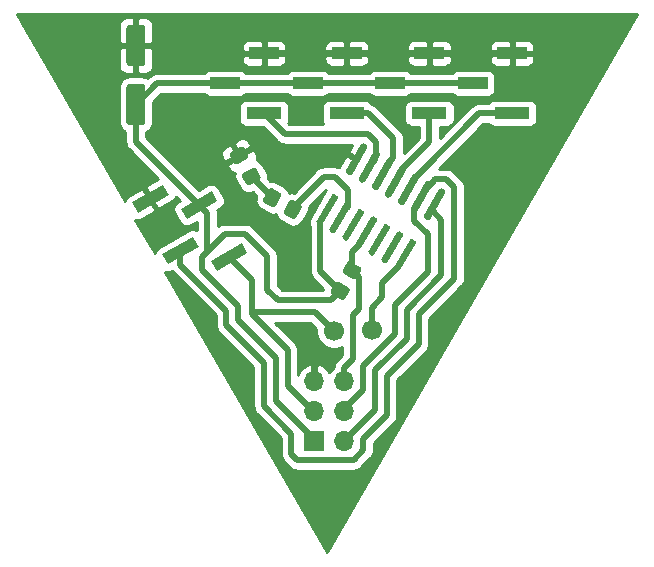
<source format=gbr>
%TF.GenerationSoftware,KiCad,Pcbnew,5.1.7-a382d34a8~87~ubuntu18.04.1*%
%TF.CreationDate,2020-11-25T10:15:00+00:00*%
%TF.ProjectId,mech3,6d656368-332e-46b6-9963-61645f706362,rev?*%
%TF.SameCoordinates,Original*%
%TF.FileFunction,Copper,L1,Top*%
%TF.FilePolarity,Positive*%
%FSLAX46Y46*%
G04 Gerber Fmt 4.6, Leading zero omitted, Abs format (unit mm)*
G04 Created by KiCad (PCBNEW 5.1.7-a382d34a8~87~ubuntu18.04.1) date 2020-11-25 10:15:00*
%MOMM*%
%LPD*%
G01*
G04 APERTURE LIST*
%TA.AperFunction,SMDPad,CuDef*%
%ADD10R,1.700000X1.700000*%
%TD*%
%TA.AperFunction,SMDPad,CuDef*%
%ADD11O,1.700000X1.700000*%
%TD*%
%TA.AperFunction,SMDPad,CuDef*%
%ADD12R,3.000000X1.000000*%
%TD*%
%TA.AperFunction,SMDPad,CuDef*%
%ADD13R,2.510000X1.000000*%
%TD*%
%TA.AperFunction,SMDPad,CuDef*%
%ADD14C,0.100000*%
%TD*%
%TA.AperFunction,ViaPad*%
%ADD15C,0.800000*%
%TD*%
%TA.AperFunction,ViaPad*%
%ADD16C,1.700000*%
%TD*%
%TA.AperFunction,Conductor*%
%ADD17C,0.500000*%
%TD*%
%TA.AperFunction,Conductor*%
%ADD18C,0.250000*%
%TD*%
%TA.AperFunction,Conductor*%
%ADD19C,0.254000*%
%TD*%
%TA.AperFunction,Conductor*%
%ADD20C,0.100000*%
%TD*%
G04 APERTURE END LIST*
D10*
%TO.P,Jee,1*%
%TO.N,+5V*%
X143920000Y-186800000D03*
D11*
%TO.P,Jee,2*%
%TO.N,/miso*%
X146460000Y-186800000D03*
%TO.P,Jee,3*%
%TO.N,/sda*%
X143920000Y-184260000D03*
%TO.P,Jee,4*%
%TO.N,/scl*%
X146460000Y-184260000D03*
%TO.P,Jee,5*%
%TO.N,Earth*%
X143920000Y-181720000D03*
%TO.P,Jee,6*%
%TO.N,/reset*%
X146460000Y-181720000D03*
%TD*%
D12*
%TO.P,J2,1*%
%TO.N,/servo_a*%
X139655000Y-159040000D03*
D13*
%TO.P,J2,3*%
%TO.N,Earth*%
X139655000Y-153960000D03*
%TO.P,J2,2*%
%TO.N,+5V*%
X136345000Y-156500000D03*
%TD*%
%TO.P,C1,1*%
%TO.N,+5V*%
%TA.AperFunction,SMDPad,CuDef*%
G36*
G01*
X129350400Y-160050000D02*
X128249600Y-160050000D01*
G75*
G02*
X128000000Y-159800400I0J249600D01*
G01*
X128000000Y-156799600D01*
G75*
G02*
X128249600Y-156550000I249600J0D01*
G01*
X129350400Y-156550000D01*
G75*
G02*
X129600000Y-156799600I0J-249600D01*
G01*
X129600000Y-159800400D01*
G75*
G02*
X129350400Y-160050000I-249600J0D01*
G01*
G37*
%TD.AperFunction*%
%TO.P,C1,2*%
%TO.N,Earth*%
%TA.AperFunction,SMDPad,CuDef*%
G36*
G01*
X129350400Y-155050000D02*
X128249600Y-155050000D01*
G75*
G02*
X128000000Y-154800400I0J249600D01*
G01*
X128000000Y-151799600D01*
G75*
G02*
X128249600Y-151550000I249600J0D01*
G01*
X129350400Y-151550000D01*
G75*
G02*
X129600000Y-151799600I0J-249600D01*
G01*
X129600000Y-154800400D01*
G75*
G02*
X129350400Y-155050000I-249600J0D01*
G01*
G37*
%TD.AperFunction*%
%TD*%
%TO.P,U1,1*%
%TO.N,+5V*%
%TA.AperFunction,SMDPad,CuDef*%
G36*
G01*
X144395347Y-168565801D02*
X144135539Y-168415801D01*
G75*
G02*
X144080635Y-168210897I75000J129904D01*
G01*
X145405635Y-165915929D01*
G75*
G02*
X145610539Y-165861025I129904J-75000D01*
G01*
X145870347Y-166011025D01*
G75*
G02*
X145925251Y-166215929I-75000J-129904D01*
G01*
X144600251Y-168510897D01*
G75*
G02*
X144395347Y-168565801I-129904J75000D01*
G01*
G37*
%TD.AperFunction*%
%TO.P,U1,2*%
%TO.N,Net-(R2-Pad2)*%
%TA.AperFunction,SMDPad,CuDef*%
G36*
G01*
X145495199Y-169200801D02*
X145235391Y-169050801D01*
G75*
G02*
X145180487Y-168845897I75000J129904D01*
G01*
X146505487Y-166550929D01*
G75*
G02*
X146710391Y-166496025I129904J-75000D01*
G01*
X146970199Y-166646025D01*
G75*
G02*
X147025103Y-166850929I-75000J-129904D01*
G01*
X145700103Y-169145897D01*
G75*
G02*
X145495199Y-169200801I-129904J75000D01*
G01*
G37*
%TD.AperFunction*%
%TO.P,U1,3*%
%TO.N,N/C*%
%TA.AperFunction,SMDPad,CuDef*%
G36*
G01*
X146595052Y-169835801D02*
X146335244Y-169685801D01*
G75*
G02*
X146280340Y-169480897I75000J129904D01*
G01*
X147605340Y-167185929D01*
G75*
G02*
X147810244Y-167131025I129904J-75000D01*
G01*
X148070052Y-167281025D01*
G75*
G02*
X148124956Y-167485929I-75000J-129904D01*
G01*
X146799956Y-169780897D01*
G75*
G02*
X146595052Y-169835801I-129904J75000D01*
G01*
G37*
%TD.AperFunction*%
%TO.P,U1,4*%
%TO.N,/reset*%
%TA.AperFunction,SMDPad,CuDef*%
G36*
G01*
X147694904Y-170470801D02*
X147435096Y-170320801D01*
G75*
G02*
X147380192Y-170115897I75000J129904D01*
G01*
X148705192Y-167820929D01*
G75*
G02*
X148910096Y-167766025I129904J-75000D01*
G01*
X149169904Y-167916025D01*
G75*
G02*
X149224808Y-168120929I-75000J-129904D01*
G01*
X147899808Y-170415897D01*
G75*
G02*
X147694904Y-170470801I-129904J75000D01*
G01*
G37*
%TD.AperFunction*%
%TO.P,U1,5*%
%TO.N,N/C*%
%TA.AperFunction,SMDPad,CuDef*%
G36*
G01*
X148794756Y-171105801D02*
X148534948Y-170955801D01*
G75*
G02*
X148480044Y-170750897I75000J129904D01*
G01*
X149805044Y-168455929D01*
G75*
G02*
X150009948Y-168401025I129904J-75000D01*
G01*
X150269756Y-168551025D01*
G75*
G02*
X150324660Y-168755929I-75000J-129904D01*
G01*
X148999660Y-171050897D01*
G75*
G02*
X148794756Y-171105801I-129904J75000D01*
G01*
G37*
%TD.AperFunction*%
%TO.P,U1,6*%
%TA.AperFunction,SMDPad,CuDef*%
G36*
G01*
X149894609Y-171740801D02*
X149634801Y-171590801D01*
G75*
G02*
X149579897Y-171385897I75000J129904D01*
G01*
X150904897Y-169090929D01*
G75*
G02*
X151109801Y-169036025I129904J-75000D01*
G01*
X151369609Y-169186025D01*
G75*
G02*
X151424513Y-169390929I-75000J-129904D01*
G01*
X150099513Y-171685897D01*
G75*
G02*
X149894609Y-171740801I-129904J75000D01*
G01*
G37*
%TD.AperFunction*%
%TO.P,U1,7*%
%TO.N,/sda*%
%TA.AperFunction,SMDPad,CuDef*%
G36*
G01*
X150994461Y-172375801D02*
X150734653Y-172225801D01*
G75*
G02*
X150679749Y-172020897I75000J129904D01*
G01*
X152004749Y-169725929D01*
G75*
G02*
X152209653Y-169671025I129904J-75000D01*
G01*
X152469461Y-169821025D01*
G75*
G02*
X152524365Y-170025929I-75000J-129904D01*
G01*
X151199365Y-172320897D01*
G75*
G02*
X150994461Y-172375801I-129904J75000D01*
G01*
G37*
%TD.AperFunction*%
%TO.P,U1,8*%
%TO.N,/miso*%
%TA.AperFunction,SMDPad,CuDef*%
G36*
G01*
X153469461Y-168088975D02*
X153209653Y-167938975D01*
G75*
G02*
X153154749Y-167734071I75000J129904D01*
G01*
X154479749Y-165439103D01*
G75*
G02*
X154684653Y-165384199I129904J-75000D01*
G01*
X154944461Y-165534199D01*
G75*
G02*
X154999365Y-165739103I-75000J-129904D01*
G01*
X153674365Y-168034071D01*
G75*
G02*
X153469461Y-168088975I-129904J75000D01*
G01*
G37*
%TD.AperFunction*%
%TO.P,U1,9*%
%TO.N,/scl*%
%TA.AperFunction,SMDPad,CuDef*%
G36*
G01*
X152369609Y-167453975D02*
X152109801Y-167303975D01*
G75*
G02*
X152054897Y-167099071I75000J129904D01*
G01*
X153379897Y-164804103D01*
G75*
G02*
X153584801Y-164749199I129904J-75000D01*
G01*
X153844609Y-164899199D01*
G75*
G02*
X153899513Y-165104103I-75000J-129904D01*
G01*
X152574513Y-167399071D01*
G75*
G02*
X152369609Y-167453975I-129904J75000D01*
G01*
G37*
%TD.AperFunction*%
%TO.P,U1,10*%
%TO.N,/servo_d*%
%TA.AperFunction,SMDPad,CuDef*%
G36*
G01*
X151269756Y-166818975D02*
X151009948Y-166668975D01*
G75*
G02*
X150955044Y-166464071I75000J129904D01*
G01*
X152280044Y-164169103D01*
G75*
G02*
X152484948Y-164114199I129904J-75000D01*
G01*
X152744756Y-164264199D01*
G75*
G02*
X152799660Y-164469103I-75000J-129904D01*
G01*
X151474660Y-166764071D01*
G75*
G02*
X151269756Y-166818975I-129904J75000D01*
G01*
G37*
%TD.AperFunction*%
%TO.P,U1,11*%
%TO.N,/servo_c*%
%TA.AperFunction,SMDPad,CuDef*%
G36*
G01*
X150169904Y-166183975D02*
X149910096Y-166033975D01*
G75*
G02*
X149855192Y-165829071I75000J129904D01*
G01*
X151180192Y-163534103D01*
G75*
G02*
X151385096Y-163479199I129904J-75000D01*
G01*
X151644904Y-163629199D01*
G75*
G02*
X151699808Y-163834103I-75000J-129904D01*
G01*
X150374808Y-166129071D01*
G75*
G02*
X150169904Y-166183975I-129904J75000D01*
G01*
G37*
%TD.AperFunction*%
%TO.P,U1,12*%
%TO.N,/servo_b*%
%TA.AperFunction,SMDPad,CuDef*%
G36*
G01*
X149070052Y-165548975D02*
X148810244Y-165398975D01*
G75*
G02*
X148755340Y-165194071I75000J129904D01*
G01*
X150080340Y-162899103D01*
G75*
G02*
X150285244Y-162844199I129904J-75000D01*
G01*
X150545052Y-162994199D01*
G75*
G02*
X150599956Y-163199103I-75000J-129904D01*
G01*
X149274956Y-165494071D01*
G75*
G02*
X149070052Y-165548975I-129904J75000D01*
G01*
G37*
%TD.AperFunction*%
%TO.P,U1,13*%
%TO.N,/servo_a*%
%TA.AperFunction,SMDPad,CuDef*%
G36*
G01*
X147970199Y-164913975D02*
X147710391Y-164763975D01*
G75*
G02*
X147655487Y-164559071I75000J129904D01*
G01*
X148980487Y-162264103D01*
G75*
G02*
X149185391Y-162209199I129904J-75000D01*
G01*
X149445199Y-162359199D01*
G75*
G02*
X149500103Y-162564103I-75000J-129904D01*
G01*
X148175103Y-164859071D01*
G75*
G02*
X147970199Y-164913975I-129904J75000D01*
G01*
G37*
%TD.AperFunction*%
%TO.P,U1,14*%
%TO.N,Earth*%
%TA.AperFunction,SMDPad,CuDef*%
G36*
G01*
X146870347Y-164278975D02*
X146610539Y-164128975D01*
G75*
G02*
X146555635Y-163924071I75000J129904D01*
G01*
X147880635Y-161629103D01*
G75*
G02*
X148085539Y-161574199I129904J-75000D01*
G01*
X148345347Y-161724199D01*
G75*
G02*
X148400251Y-161929103I-75000J-129904D01*
G01*
X147075251Y-164224071D01*
G75*
G02*
X146870347Y-164278975I-129904J75000D01*
G01*
G37*
%TD.AperFunction*%
%TD*%
%TO.P,R2,1*%
%TO.N,Net-(D1-Pad2)*%
%TA.AperFunction,SMDPad,CuDef*%
G36*
G01*
X139593335Y-166269713D02*
X140043336Y-165490288D01*
G75*
G02*
X140384841Y-165398782I216505J-124999D01*
G01*
X140991060Y-165748783D01*
G75*
G02*
X141082565Y-166090287I-125000J-216505D01*
G01*
X140632564Y-166869712D01*
G75*
G02*
X140291059Y-166961218I-216505J124999D01*
G01*
X139684840Y-166611217D01*
G75*
G02*
X139593335Y-166269713I125000J216505D01*
G01*
G37*
%TD.AperFunction*%
%TO.P,R2,2*%
%TO.N,Net-(R2-Pad2)*%
%TA.AperFunction,SMDPad,CuDef*%
G36*
G01*
X141325385Y-167269713D02*
X141775386Y-166490288D01*
G75*
G02*
X142116891Y-166398782I216505J-124999D01*
G01*
X142723110Y-166748783D01*
G75*
G02*
X142814615Y-167090287I-125000J-216505D01*
G01*
X142364614Y-167869712D01*
G75*
G02*
X142023109Y-167961218I-216505J124999D01*
G01*
X141416890Y-167611217D01*
G75*
G02*
X141325385Y-167269713I125000J216505D01*
G01*
G37*
%TD.AperFunction*%
%TD*%
%TO.P,D1,1*%
%TO.N,Earth*%
%TA.AperFunction,SMDPad,CuDef*%
G36*
G01*
X136871000Y-162349913D02*
X137650425Y-161899912D01*
G75*
G02*
X137991929Y-161991417I124999J-216505D01*
G01*
X138316930Y-162554336D01*
G75*
G02*
X138225425Y-162895841I-216505J-125000D01*
G01*
X137446000Y-163345842D01*
G75*
G02*
X137104495Y-163254336I-125000J216505D01*
G01*
X136779494Y-162691417D01*
G75*
G02*
X136871000Y-162349913I216505J124999D01*
G01*
G37*
%TD.AperFunction*%
%TO.P,D1,2*%
%TO.N,Net-(D1-Pad2)*%
%TA.AperFunction,SMDPad,CuDef*%
G36*
G01*
X137896000Y-164125265D02*
X138675425Y-163675264D01*
G75*
G02*
X139016929Y-163766769I124999J-216505D01*
G01*
X139341930Y-164329688D01*
G75*
G02*
X139250425Y-164671193I-216505J-125000D01*
G01*
X138471000Y-165121194D01*
G75*
G02*
X138129495Y-165029688I-125000J216505D01*
G01*
X137804494Y-164466769D01*
G75*
G02*
X137896000Y-164125265I216505J124999D01*
G01*
G37*
%TD.AperFunction*%
%TD*%
%TO.P,R1,2*%
%TO.N,+5V*%
%TA.AperFunction,SMDPad,CuDef*%
G36*
G01*
X146010288Y-173321410D02*
X146789713Y-173771411D01*
G75*
G02*
X146881218Y-174112915I-125000J-216505D01*
G01*
X146531217Y-174719134D01*
G75*
G02*
X146189712Y-174810640I-216505J124999D01*
G01*
X145410287Y-174360639D01*
G75*
G02*
X145318782Y-174019135I125000J216505D01*
G01*
X145668783Y-173412916D01*
G75*
G02*
X146010288Y-173321410I216505J-124999D01*
G01*
G37*
%TD.AperFunction*%
%TO.P,R1,1*%
%TO.N,/reset*%
%TA.AperFunction,SMDPad,CuDef*%
G36*
G01*
X147010288Y-171589360D02*
X147789713Y-172039361D01*
G75*
G02*
X147881218Y-172380865I-125000J-216505D01*
G01*
X147531217Y-172987084D01*
G75*
G02*
X147189712Y-173078590I-216505J124999D01*
G01*
X146410287Y-172628589D01*
G75*
G02*
X146318782Y-172287085I125000J216505D01*
G01*
X146668783Y-171680866D01*
G75*
G02*
X147010288Y-171589360I216505J-124999D01*
G01*
G37*
%TD.AperFunction*%
%TD*%
%TA.AperFunction,SMDPad,CuDef*%
D14*
%TO.P,J1,1*%
%TO.N,/sda*%
G36*
X137749038Y-170016987D02*
G01*
X138249038Y-170883013D01*
X135650962Y-172383013D01*
X135150962Y-171516987D01*
X137749038Y-170016987D01*
G37*
%TD.AperFunction*%
%TA.AperFunction,SMDPad,CuDef*%
%TO.P,J1,3*%
%TO.N,+5V*%
G36*
X135209038Y-165617578D02*
G01*
X135709038Y-166483604D01*
X133110962Y-167983604D01*
X132610962Y-167117578D01*
X135209038Y-165617578D01*
G37*
%TD.AperFunction*%
%TA.AperFunction,SMDPad,CuDef*%
%TO.P,J1,2*%
%TO.N,/scl*%
G36*
X133612494Y-169472282D02*
G01*
X134112494Y-170338308D01*
X131514418Y-171838308D01*
X131014418Y-170972282D01*
X133612494Y-169472282D01*
G37*
%TD.AperFunction*%
%TA.AperFunction,SMDPad,CuDef*%
%TO.P,J1,4*%
%TO.N,Earth*%
G36*
X131072494Y-165072873D02*
G01*
X131572494Y-165938899D01*
X128974418Y-167438899D01*
X128474418Y-166572873D01*
X131072494Y-165072873D01*
G37*
%TD.AperFunction*%
%TD*%
D13*
%TO.P,J3,2*%
%TO.N,+5V*%
X143345000Y-156500000D03*
%TO.P,J3,3*%
%TO.N,Earth*%
X146655000Y-153960000D03*
D12*
%TO.P,J3,1*%
%TO.N,/servo_b*%
X146655000Y-159040000D03*
%TD*%
%TO.P,J4,1*%
%TO.N,/servo_c*%
X153655000Y-159040000D03*
D13*
%TO.P,J4,3*%
%TO.N,Earth*%
X153655000Y-153960000D03*
%TO.P,J4,2*%
%TO.N,+5V*%
X150345000Y-156500000D03*
%TD*%
%TO.P,J5,2*%
%TO.N,+5V*%
X157345000Y-156500000D03*
%TO.P,J5,3*%
%TO.N,Earth*%
X160655000Y-153960000D03*
D12*
%TO.P,J5,1*%
%TO.N,/servo_d*%
X160655000Y-159040000D03*
%TD*%
D15*
%TO.N,Earth*%
X142220000Y-177450000D03*
X142220000Y-172920000D03*
D16*
%TO.N,/sda*%
X145557549Y-177483026D03*
X148757561Y-177376439D03*
%TD*%
D17*
%TO.N,+5V*%
X136350000Y-156500000D02*
X143350000Y-156500000D01*
X143350000Y-156500000D02*
X150350000Y-156500000D01*
X150350000Y-156500000D02*
X157350000Y-156500000D01*
X130600000Y-156500000D02*
X128800000Y-158300000D01*
X136345000Y-156500000D02*
X130600000Y-156500000D01*
X128800000Y-161440591D02*
X134160000Y-166800591D01*
X128800000Y-158300000D02*
X128800000Y-161440591D01*
X146100000Y-174066025D02*
X144410702Y-172376727D01*
X144410702Y-172376727D02*
X144410702Y-168199298D01*
X144410702Y-168199298D02*
X144460000Y-168150000D01*
X140801998Y-174870002D02*
X145339998Y-174870002D01*
X139909998Y-173978002D02*
X140801998Y-174870002D01*
X145339998Y-174870002D02*
X146100000Y-174110000D01*
X139909998Y-171117273D02*
X139909998Y-173978002D01*
X134160000Y-166800591D02*
X134862504Y-167503095D01*
X134862504Y-167503095D02*
X134862504Y-170744769D01*
X136340296Y-169266977D02*
X138059701Y-169266977D01*
X134862504Y-170744769D02*
X136340296Y-169266977D01*
X138059701Y-169266977D02*
X138196362Y-169403638D01*
X138196362Y-169403638D02*
X139909998Y-171117273D01*
X140640000Y-183415772D02*
X143860000Y-186635772D01*
X140640000Y-179745771D02*
X140640000Y-183415772D01*
X143860000Y-186635772D02*
X143860000Y-187030000D01*
X134400952Y-172276724D02*
X137450011Y-175325782D01*
X137450011Y-175325782D02*
X137450011Y-176555781D01*
X137450011Y-176555781D02*
X140640000Y-179745771D01*
X134400952Y-171206321D02*
X134400952Y-172276724D01*
X134862504Y-170744769D02*
X134400952Y-171206321D01*
%TO.N,Earth*%
X160650000Y-153960000D02*
X153650000Y-153960000D01*
X153650000Y-153960000D02*
X146650000Y-153960000D01*
X146650000Y-153960000D02*
X139650000Y-153960000D01*
X143920000Y-181720000D02*
X143920000Y-179370000D01*
X142440000Y-177670000D02*
X142220000Y-177450000D01*
X143920000Y-179370000D02*
X142440000Y-177890000D01*
X142440000Y-177890000D02*
X142440000Y-177670000D01*
%TO.N,Net-(D1-Pad2)*%
X138573212Y-164398229D02*
X138608229Y-164398229D01*
X138608229Y-164398229D02*
X140300000Y-166090000D01*
%TO.N,/sda*%
X136700000Y-171200000D02*
X138619988Y-173119988D01*
X138619988Y-173119988D02*
X138619988Y-176050012D01*
X143944536Y-175870013D02*
X145557549Y-177483026D01*
X138619988Y-176050012D02*
X138799987Y-175870013D01*
X138799987Y-175870013D02*
X143944536Y-175870013D01*
X141640011Y-179070035D02*
X141640011Y-182110011D01*
X141640011Y-182110011D02*
X143840000Y-184310000D01*
X138619988Y-176050012D02*
X141640011Y-179070035D01*
X149660000Y-174620000D02*
X149660000Y-173370000D01*
X149660000Y-173370000D02*
X151090000Y-171940000D01*
X148757561Y-177376439D02*
X148757561Y-175522439D01*
X148757561Y-175522439D02*
X149660000Y-174620000D01*
%TO.N,/scl*%
X150733882Y-175237660D02*
X153500001Y-172471543D01*
X150733882Y-177717662D02*
X150733882Y-175237660D01*
X152330000Y-168126772D02*
X152330000Y-167200000D01*
X146460000Y-184088002D02*
X148060001Y-182488001D01*
X148060001Y-182488001D02*
X148060001Y-180391543D01*
X148060001Y-180391543D02*
X150733882Y-177717662D01*
X146460000Y-184260000D02*
X146460000Y-184088002D01*
X153500001Y-169296773D02*
X152330000Y-168126772D01*
X153500001Y-172471543D02*
X153500001Y-169296773D01*
X154060000Y-164791402D02*
X153401402Y-165450000D01*
X155092126Y-164614414D02*
X154145586Y-164614414D01*
X155769150Y-165291438D02*
X155092126Y-164614414D01*
X155769150Y-173030850D02*
X155769150Y-165291438D01*
X152733904Y-176066096D02*
X155769150Y-173030850D01*
X152733904Y-178586096D02*
X152733904Y-176066096D01*
X150060023Y-181259977D02*
X152733904Y-178586096D01*
X148060001Y-186619999D02*
X150060023Y-184619977D01*
X148060001Y-187568001D02*
X148060001Y-186619999D01*
X154145586Y-164614414D02*
X154060000Y-164700000D01*
X142469999Y-188400001D02*
X147228001Y-188400001D01*
X154060000Y-164700000D02*
X154060000Y-164791402D01*
X139639989Y-180159989D02*
X139639989Y-183829989D01*
X150060023Y-184619977D02*
X150060023Y-181259977D01*
X139639989Y-183829989D02*
X141960000Y-186150000D01*
X141960000Y-186150000D02*
X141960000Y-187890002D01*
X132563456Y-170655295D02*
X132563456Y-171853456D01*
X132563456Y-171853456D02*
X136450000Y-175740000D01*
X147228001Y-188400001D02*
X148060001Y-187568001D01*
X141960000Y-187890002D02*
X142469999Y-188400001D01*
X136450000Y-175740000D02*
X136450000Y-176970000D01*
X136450000Y-176970000D02*
X139639989Y-180159989D01*
D18*
%TO.N,/servo_a*%
X139650000Y-159040000D02*
X140850000Y-159040000D01*
X149130000Y-163009382D02*
X148577795Y-163561587D01*
X149130000Y-161410000D02*
X149130000Y-163009382D01*
X139655000Y-159040000D02*
X141295000Y-160680000D01*
X148400000Y-160680000D02*
X149130000Y-161410000D01*
X141295000Y-160680000D02*
X148400000Y-160680000D01*
D17*
X148493012Y-160804414D02*
X149170036Y-161481438D01*
X139655000Y-159040000D02*
X141419414Y-160804414D01*
X141419414Y-160804414D02*
X148493012Y-160804414D01*
X149170036Y-161481438D02*
X149170036Y-162419964D01*
%TO.N,/servo_b*%
X150590000Y-162800000D02*
X150310000Y-163080000D01*
X150590000Y-161150000D02*
X150590000Y-162800000D01*
X146655000Y-159040000D02*
X148480000Y-159040000D01*
X148480000Y-159040000D02*
X150590000Y-161150000D01*
%TO.N,/servo_c*%
X153655000Y-159040000D02*
X153655000Y-160875000D01*
X153655000Y-160875000D02*
X153655000Y-161475000D01*
X153655000Y-161475000D02*
X151370000Y-163760000D01*
%TO.N,/servo_d*%
X152920586Y-163979414D02*
X152490000Y-164410000D01*
X160655000Y-159040000D02*
X157860000Y-159040000D01*
X157860000Y-159040000D02*
X152920586Y-163979414D01*
D18*
%TO.N,/reset*%
X146600000Y-172200000D02*
X146970518Y-172200000D01*
D17*
X147100000Y-172333975D02*
X147100000Y-170790000D01*
X147100000Y-170790000D02*
X147770000Y-170120000D01*
X147100000Y-172333975D02*
X147669998Y-172903973D01*
X147157551Y-179879764D02*
X146420000Y-180617315D01*
X147157551Y-176124445D02*
X147157551Y-179879764D01*
X147669998Y-172903973D02*
X147669998Y-175611998D01*
X146420000Y-180617315D02*
X146420000Y-181770000D01*
X147669998Y-175611998D02*
X147157551Y-176124445D01*
%TO.N,Net-(R2-Pad2)*%
X146760000Y-166963819D02*
X146695036Y-167028783D01*
X144766856Y-164420000D02*
X145630000Y-164420000D01*
X145630000Y-164420000D02*
X146258760Y-165048760D01*
X146258760Y-165048760D02*
X146271240Y-165048760D01*
X146271240Y-165048760D02*
X146760000Y-165537520D01*
X146760000Y-165537520D02*
X146760000Y-166963819D01*
X144766856Y-164420000D02*
X144700000Y-164420000D01*
X144766856Y-164420000D02*
X144760000Y-164420000D01*
X144760000Y-164420000D02*
X142020000Y-167160000D01*
%TO.N,/miso*%
X154669298Y-172716474D02*
X154669298Y-168049298D01*
X154669298Y-168049298D02*
X153950000Y-167330000D01*
X151733893Y-178131880D02*
X151733893Y-175651878D01*
X146460000Y-186800000D02*
X149060012Y-184199988D01*
X149060012Y-180805761D02*
X151733893Y-178131880D01*
X151733893Y-175651878D02*
X154669298Y-172716474D01*
X149060012Y-184199988D02*
X149060012Y-180805761D01*
%TD*%
D19*
%TO.N,Earth*%
X145000000Y-196179129D02*
X131305131Y-172438024D01*
X131349273Y-172454638D01*
X131472686Y-172475014D01*
X131597703Y-172470921D01*
X131719520Y-172442518D01*
X131833454Y-172390895D01*
X131851226Y-172380634D01*
X131906924Y-172448502D01*
X131906927Y-172448505D01*
X131934640Y-172482273D01*
X131968407Y-172509986D01*
X135565000Y-176106579D01*
X135565001Y-176926522D01*
X135560719Y-176970000D01*
X135577805Y-177143490D01*
X135628412Y-177310313D01*
X135710590Y-177464059D01*
X135793468Y-177565046D01*
X135793471Y-177565049D01*
X135821184Y-177598817D01*
X135854951Y-177626529D01*
X138754989Y-180526568D01*
X138754990Y-183786510D01*
X138750708Y-183829989D01*
X138767794Y-184003479D01*
X138818401Y-184170302D01*
X138900579Y-184324048D01*
X138983457Y-184425035D01*
X138983460Y-184425038D01*
X139011173Y-184458806D01*
X139044940Y-184486518D01*
X141075000Y-186516579D01*
X141075001Y-187846523D01*
X141070719Y-187890002D01*
X141087805Y-188063492D01*
X141138412Y-188230315D01*
X141220590Y-188384061D01*
X141303468Y-188485048D01*
X141303471Y-188485051D01*
X141331184Y-188518819D01*
X141364952Y-188546532D01*
X141813465Y-188995045D01*
X141841182Y-189028818D01*
X141874953Y-189056533D01*
X141975940Y-189139412D01*
X142129685Y-189221590D01*
X142296509Y-189272196D01*
X142426522Y-189285001D01*
X142426530Y-189285001D01*
X142469999Y-189289282D01*
X142513468Y-189285001D01*
X147184532Y-189285001D01*
X147228001Y-189289282D01*
X147271470Y-189285001D01*
X147271478Y-189285001D01*
X147401491Y-189272196D01*
X147568314Y-189221590D01*
X147722060Y-189139412D01*
X147856818Y-189028818D01*
X147884535Y-188995045D01*
X148655051Y-188224530D01*
X148688818Y-188196818D01*
X148755153Y-188115990D01*
X148799412Y-188062060D01*
X148881590Y-187908315D01*
X148932196Y-187741491D01*
X148939021Y-187672195D01*
X148945001Y-187611478D01*
X148945001Y-187611470D01*
X148949282Y-187568001D01*
X148945001Y-187524532D01*
X148945001Y-186986577D01*
X150655073Y-185276506D01*
X150688840Y-185248794D01*
X150799434Y-185114036D01*
X150881612Y-184960290D01*
X150932218Y-184793467D01*
X150945023Y-184663454D01*
X150945023Y-184663444D01*
X150949304Y-184619978D01*
X150945023Y-184576512D01*
X150945023Y-181626555D01*
X153328954Y-179242625D01*
X153362721Y-179214913D01*
X153423912Y-179140353D01*
X153473315Y-179080155D01*
X153504847Y-179021162D01*
X153555493Y-178926409D01*
X153606099Y-178759586D01*
X153618904Y-178629573D01*
X153618904Y-178629565D01*
X153623185Y-178586096D01*
X153618904Y-178542627D01*
X153618904Y-176432674D01*
X156364200Y-173687379D01*
X156397967Y-173659667D01*
X156433852Y-173615942D01*
X156508560Y-173524910D01*
X156508561Y-173524909D01*
X156590739Y-173371163D01*
X156641345Y-173204340D01*
X156654150Y-173074327D01*
X156654150Y-173074317D01*
X156658431Y-173030851D01*
X156654150Y-172987384D01*
X156654150Y-165334907D01*
X156658431Y-165291438D01*
X156654150Y-165247969D01*
X156654150Y-165247961D01*
X156641345Y-165117948D01*
X156625748Y-165066532D01*
X156590739Y-164951124D01*
X156508561Y-164797379D01*
X156425682Y-164696391D01*
X156425680Y-164696389D01*
X156397967Y-164662621D01*
X156364199Y-164634908D01*
X155748660Y-164019370D01*
X155720943Y-163985597D01*
X155586185Y-163875003D01*
X155432439Y-163792825D01*
X155265616Y-163742219D01*
X155135603Y-163729414D01*
X155135595Y-163729414D01*
X155092126Y-163725133D01*
X155048657Y-163729414D01*
X154422164Y-163729414D01*
X158226579Y-159925000D01*
X158649499Y-159925000D01*
X158703815Y-159991185D01*
X158800506Y-160070537D01*
X158910820Y-160129502D01*
X159030518Y-160165812D01*
X159155000Y-160178072D01*
X162155000Y-160178072D01*
X162279482Y-160165812D01*
X162399180Y-160129502D01*
X162509494Y-160070537D01*
X162606185Y-159991185D01*
X162685537Y-159894494D01*
X162744502Y-159784180D01*
X162780812Y-159664482D01*
X162793072Y-159540000D01*
X162793072Y-158540000D01*
X162780812Y-158415518D01*
X162744502Y-158295820D01*
X162685537Y-158185506D01*
X162606185Y-158088815D01*
X162509494Y-158009463D01*
X162399180Y-157950498D01*
X162279482Y-157914188D01*
X162155000Y-157901928D01*
X159155000Y-157901928D01*
X159030518Y-157914188D01*
X158910820Y-157950498D01*
X158800506Y-158009463D01*
X158703815Y-158088815D01*
X158649499Y-158155000D01*
X157903465Y-158155000D01*
X157859999Y-158150719D01*
X157816533Y-158155000D01*
X157816523Y-158155000D01*
X157686510Y-158167805D01*
X157519687Y-158218411D01*
X157365941Y-158300589D01*
X157365939Y-158300590D01*
X157365940Y-158300590D01*
X157264953Y-158383468D01*
X157264951Y-158383470D01*
X157231183Y-158411183D01*
X157203470Y-158444951D01*
X154540000Y-161108422D01*
X154540000Y-160178072D01*
X155155000Y-160178072D01*
X155279482Y-160165812D01*
X155399180Y-160129502D01*
X155509494Y-160070537D01*
X155606185Y-159991185D01*
X155685537Y-159894494D01*
X155744502Y-159784180D01*
X155780812Y-159664482D01*
X155793072Y-159540000D01*
X155793072Y-158540000D01*
X155780812Y-158415518D01*
X155744502Y-158295820D01*
X155685537Y-158185506D01*
X155606185Y-158088815D01*
X155509494Y-158009463D01*
X155399180Y-157950498D01*
X155279482Y-157914188D01*
X155155000Y-157901928D01*
X152155000Y-157901928D01*
X152030518Y-157914188D01*
X151910820Y-157950498D01*
X151800506Y-158009463D01*
X151703815Y-158088815D01*
X151624463Y-158185506D01*
X151565498Y-158295820D01*
X151529188Y-158415518D01*
X151516928Y-158540000D01*
X151516928Y-159540000D01*
X151529188Y-159664482D01*
X151565498Y-159784180D01*
X151624463Y-159894494D01*
X151703815Y-159991185D01*
X151800506Y-160070537D01*
X151910820Y-160129502D01*
X152030518Y-160165812D01*
X152155000Y-160178072D01*
X152770001Y-160178072D01*
X152770001Y-160831514D01*
X152770000Y-160831524D01*
X152770000Y-161108421D01*
X151475000Y-162403422D01*
X151475000Y-161193469D01*
X151479281Y-161150000D01*
X151475000Y-161106531D01*
X151475000Y-161106523D01*
X151462195Y-160976510D01*
X151438681Y-160898997D01*
X151411589Y-160809686D01*
X151329411Y-160655941D01*
X151246532Y-160554953D01*
X151246530Y-160554951D01*
X151218817Y-160521183D01*
X151185050Y-160493471D01*
X149136534Y-158444956D01*
X149108817Y-158411183D01*
X148974059Y-158300589D01*
X148820313Y-158218411D01*
X148676818Y-158174881D01*
X148606185Y-158088815D01*
X148509494Y-158009463D01*
X148399180Y-157950498D01*
X148279482Y-157914188D01*
X148155000Y-157901928D01*
X145155000Y-157901928D01*
X145030518Y-157914188D01*
X144910820Y-157950498D01*
X144800506Y-158009463D01*
X144703815Y-158088815D01*
X144624463Y-158185506D01*
X144565498Y-158295820D01*
X144529188Y-158415518D01*
X144516928Y-158540000D01*
X144516928Y-159540000D01*
X144529188Y-159664482D01*
X144565498Y-159784180D01*
X144624463Y-159894494D01*
X144644914Y-159919414D01*
X141785993Y-159919414D01*
X141711848Y-159845270D01*
X141744502Y-159784180D01*
X141780812Y-159664482D01*
X141793072Y-159540000D01*
X141793072Y-158540000D01*
X141780812Y-158415518D01*
X141744502Y-158295820D01*
X141685537Y-158185506D01*
X141606185Y-158088815D01*
X141509494Y-158009463D01*
X141399180Y-157950498D01*
X141279482Y-157914188D01*
X141155000Y-157901928D01*
X138155000Y-157901928D01*
X138030518Y-157914188D01*
X137910820Y-157950498D01*
X137800506Y-158009463D01*
X137703815Y-158088815D01*
X137624463Y-158185506D01*
X137565498Y-158295820D01*
X137529188Y-158415518D01*
X137516928Y-158540000D01*
X137516928Y-159540000D01*
X137529188Y-159664482D01*
X137565498Y-159784180D01*
X137624463Y-159894494D01*
X137703815Y-159991185D01*
X137800506Y-160070537D01*
X137910820Y-160129502D01*
X138030518Y-160165812D01*
X138155000Y-160178072D01*
X139541494Y-160178072D01*
X140762884Y-161399463D01*
X140790597Y-161433231D01*
X140824365Y-161460944D01*
X140824367Y-161460946D01*
X140892654Y-161516988D01*
X140925355Y-161543825D01*
X141079101Y-161626003D01*
X141245924Y-161676609D01*
X141375937Y-161689414D01*
X141375947Y-161689414D01*
X141419413Y-161693695D01*
X141462879Y-161689414D01*
X147110784Y-161689414D01*
X146811084Y-162211620D01*
X146869191Y-162428477D01*
X147431458Y-162753102D01*
X147441458Y-162735781D01*
X147661428Y-162862781D01*
X147651428Y-162880102D01*
X147668749Y-162890102D01*
X147541749Y-163110072D01*
X147524428Y-163100072D01*
X147514428Y-163117393D01*
X147294458Y-162990393D01*
X147304458Y-162973072D01*
X146742191Y-162648447D01*
X146525334Y-162706554D01*
X145998571Y-163613515D01*
X145970313Y-163598411D01*
X145803490Y-163547805D01*
X145673477Y-163535000D01*
X145673469Y-163535000D01*
X145630000Y-163530719D01*
X145586531Y-163535000D01*
X144803465Y-163535000D01*
X144759999Y-163530719D01*
X144716533Y-163535000D01*
X144656523Y-163535000D01*
X144526510Y-163547805D01*
X144359687Y-163598411D01*
X144205941Y-163680589D01*
X144071183Y-163791183D01*
X143960589Y-163925941D01*
X143912488Y-164015934D01*
X142177385Y-165751037D01*
X142107807Y-165734814D01*
X141933808Y-165729117D01*
X141762041Y-165757476D01*
X141729530Y-165769712D01*
X141723871Y-165735439D01*
X141662547Y-165572505D01*
X141570614Y-165424665D01*
X141451606Y-165297601D01*
X141310096Y-165196196D01*
X140703877Y-164846195D01*
X140545302Y-164774346D01*
X140375757Y-164734814D01*
X140201758Y-164729117D01*
X140192263Y-164730685D01*
X140006317Y-164544739D01*
X140011595Y-164512771D01*
X140005898Y-164338772D01*
X139966366Y-164169227D01*
X139894517Y-164010653D01*
X139569516Y-163447734D01*
X139468111Y-163306223D01*
X139341048Y-163187215D01*
X139193208Y-163095282D01*
X139030274Y-163033958D01*
X139021906Y-163032576D01*
X139058260Y-162935987D01*
X139078635Y-162812574D01*
X139074543Y-162687557D01*
X139046140Y-162565740D01*
X138994516Y-162451806D01*
X138847231Y-162202844D01*
X138630374Y-162144737D01*
X137721697Y-162669362D01*
X137731697Y-162686683D01*
X137511727Y-162813683D01*
X137501727Y-162796362D01*
X136593050Y-163320987D01*
X136534943Y-163537844D01*
X136676908Y-163789878D01*
X136749766Y-163891552D01*
X136841061Y-163977059D01*
X136947283Y-164043111D01*
X137064349Y-164087172D01*
X137166175Y-164103983D01*
X137163188Y-164111920D01*
X137134829Y-164283687D01*
X137140526Y-164457686D01*
X137180058Y-164627231D01*
X137251907Y-164785805D01*
X137576908Y-165348724D01*
X137678313Y-165490235D01*
X137805376Y-165609243D01*
X137953216Y-165701176D01*
X138116150Y-165762500D01*
X138287917Y-165790859D01*
X138461916Y-165785162D01*
X138631461Y-165745630D01*
X138681417Y-165722995D01*
X138999698Y-166041276D01*
X138968899Y-166109251D01*
X138929367Y-166278795D01*
X138923670Y-166452794D01*
X138952029Y-166624561D01*
X139013353Y-166787495D01*
X139105286Y-166935335D01*
X139224294Y-167062399D01*
X139365804Y-167163804D01*
X139972023Y-167513805D01*
X140130598Y-167585654D01*
X140300143Y-167625186D01*
X140474142Y-167630883D01*
X140645909Y-167602524D01*
X140678420Y-167590288D01*
X140684079Y-167624561D01*
X140745403Y-167787495D01*
X140837336Y-167935335D01*
X140956344Y-168062399D01*
X141097854Y-168163804D01*
X141704073Y-168513805D01*
X141862648Y-168585654D01*
X142032193Y-168625186D01*
X142206192Y-168630883D01*
X142377959Y-168602524D01*
X142540893Y-168541200D01*
X142688733Y-168449267D01*
X142815796Y-168330259D01*
X142917201Y-168188748D01*
X143367202Y-167409323D01*
X143439051Y-167250749D01*
X143478583Y-167081205D01*
X143482923Y-166948655D01*
X144899479Y-165532100D01*
X144853049Y-165596893D01*
X143528049Y-167891861D01*
X143464290Y-168032580D01*
X143429209Y-168183033D01*
X143424154Y-168337440D01*
X143449320Y-168489866D01*
X143503739Y-168634453D01*
X143525703Y-168669774D01*
X143525702Y-172333258D01*
X143521421Y-172376727D01*
X143525702Y-172420196D01*
X143525702Y-172420203D01*
X143535041Y-172515020D01*
X143538507Y-172550217D01*
X143546221Y-172575645D01*
X143589113Y-172717039D01*
X143671291Y-172870785D01*
X143781885Y-173005544D01*
X143815658Y-173033261D01*
X144684273Y-173901876D01*
X144664890Y-173985002D01*
X141168577Y-173985002D01*
X140794998Y-173611424D01*
X140794998Y-171160742D01*
X140799279Y-171117273D01*
X140794998Y-171073804D01*
X140794998Y-171073796D01*
X140782193Y-170943783D01*
X140731587Y-170776960D01*
X140649409Y-170623214D01*
X140640057Y-170611819D01*
X140566530Y-170522226D01*
X140566528Y-170522224D01*
X140538815Y-170488456D01*
X140505048Y-170460744D01*
X138791408Y-168747106D01*
X138716235Y-168671933D01*
X138688518Y-168638160D01*
X138553760Y-168527566D01*
X138400014Y-168445388D01*
X138233191Y-168394782D01*
X138103178Y-168381977D01*
X138103170Y-168381977D01*
X138059701Y-168377696D01*
X138016232Y-168381977D01*
X136383761Y-168381977D01*
X136340295Y-168377696D01*
X136296829Y-168381977D01*
X136296819Y-168381977D01*
X136166806Y-168394782D01*
X135999983Y-168445388D01*
X135846237Y-168527566D01*
X135831560Y-168539611D01*
X135747504Y-168608594D01*
X135747504Y-167546564D01*
X135751785Y-167503095D01*
X135747504Y-167459626D01*
X135747504Y-167459618D01*
X135734699Y-167329605D01*
X135702681Y-167224057D01*
X136028074Y-167036191D01*
X136129748Y-166963332D01*
X136215254Y-166872038D01*
X136281307Y-166765816D01*
X136325368Y-166648749D01*
X136345744Y-166525336D01*
X136341651Y-166400319D01*
X136313248Y-166278503D01*
X136261625Y-166164568D01*
X135761625Y-165298542D01*
X135688766Y-165196868D01*
X135597472Y-165111361D01*
X135491250Y-165045309D01*
X135374183Y-165001248D01*
X135250770Y-164980872D01*
X135125753Y-164984965D01*
X135003936Y-165013368D01*
X134890002Y-165064991D01*
X134120342Y-165509354D01*
X131044168Y-162433180D01*
X136017789Y-162433180D01*
X136021881Y-162558197D01*
X136050284Y-162680014D01*
X136101908Y-162793948D01*
X136249193Y-163042910D01*
X136466050Y-163101017D01*
X137374727Y-162576392D01*
X136912602Y-161775968D01*
X136695745Y-161717861D01*
X136335458Y-161922326D01*
X136233784Y-161995184D01*
X136148277Y-162086479D01*
X136082225Y-162192701D01*
X136038164Y-162309767D01*
X136017789Y-162433180D01*
X131044168Y-162433180D01*
X130259956Y-161648968D01*
X137132572Y-161648968D01*
X137594697Y-162449392D01*
X138503374Y-161924767D01*
X138561481Y-161707910D01*
X138419516Y-161455876D01*
X138346658Y-161354202D01*
X138255363Y-161268695D01*
X138149141Y-161202643D01*
X138032075Y-161158582D01*
X137908662Y-161138207D01*
X137783645Y-161142299D01*
X137661828Y-161170702D01*
X137547894Y-161222326D01*
X137190679Y-161432111D01*
X137132572Y-161648968D01*
X130259956Y-161648968D01*
X129685000Y-161074013D01*
X129685000Y-160622048D01*
X129690097Y-160620502D01*
X129843564Y-160538472D01*
X129978079Y-160428079D01*
X130088472Y-160293564D01*
X130170502Y-160140097D01*
X130221016Y-159973576D01*
X130238072Y-159800400D01*
X130238072Y-158113506D01*
X130966579Y-157385000D01*
X134584499Y-157385000D01*
X134638815Y-157451185D01*
X134735506Y-157530537D01*
X134845820Y-157589502D01*
X134965518Y-157625812D01*
X135090000Y-157638072D01*
X137600000Y-157638072D01*
X137724482Y-157625812D01*
X137844180Y-157589502D01*
X137954494Y-157530537D01*
X138051185Y-157451185D01*
X138105501Y-157385000D01*
X141584499Y-157385000D01*
X141638815Y-157451185D01*
X141735506Y-157530537D01*
X141845820Y-157589502D01*
X141965518Y-157625812D01*
X142090000Y-157638072D01*
X144600000Y-157638072D01*
X144724482Y-157625812D01*
X144844180Y-157589502D01*
X144954494Y-157530537D01*
X145051185Y-157451185D01*
X145105501Y-157385000D01*
X148584499Y-157385000D01*
X148638815Y-157451185D01*
X148735506Y-157530537D01*
X148845820Y-157589502D01*
X148965518Y-157625812D01*
X149090000Y-157638072D01*
X151600000Y-157638072D01*
X151724482Y-157625812D01*
X151844180Y-157589502D01*
X151954494Y-157530537D01*
X152051185Y-157451185D01*
X152105501Y-157385000D01*
X155584499Y-157385000D01*
X155638815Y-157451185D01*
X155735506Y-157530537D01*
X155845820Y-157589502D01*
X155965518Y-157625812D01*
X156090000Y-157638072D01*
X158600000Y-157638072D01*
X158724482Y-157625812D01*
X158844180Y-157589502D01*
X158954494Y-157530537D01*
X159051185Y-157451185D01*
X159130537Y-157354494D01*
X159189502Y-157244180D01*
X159225812Y-157124482D01*
X159238072Y-157000000D01*
X159238072Y-156000000D01*
X159225812Y-155875518D01*
X159189502Y-155755820D01*
X159130537Y-155645506D01*
X159051185Y-155548815D01*
X158954494Y-155469463D01*
X158844180Y-155410498D01*
X158724482Y-155374188D01*
X158600000Y-155361928D01*
X156090000Y-155361928D01*
X155965518Y-155374188D01*
X155845820Y-155410498D01*
X155735506Y-155469463D01*
X155638815Y-155548815D01*
X155584499Y-155615000D01*
X152105501Y-155615000D01*
X152051185Y-155548815D01*
X151954494Y-155469463D01*
X151844180Y-155410498D01*
X151724482Y-155374188D01*
X151600000Y-155361928D01*
X149090000Y-155361928D01*
X148965518Y-155374188D01*
X148845820Y-155410498D01*
X148735506Y-155469463D01*
X148638815Y-155548815D01*
X148584499Y-155615000D01*
X145105501Y-155615000D01*
X145051185Y-155548815D01*
X144954494Y-155469463D01*
X144844180Y-155410498D01*
X144724482Y-155374188D01*
X144600000Y-155361928D01*
X142090000Y-155361928D01*
X141965518Y-155374188D01*
X141845820Y-155410498D01*
X141735506Y-155469463D01*
X141638815Y-155548815D01*
X141584499Y-155615000D01*
X138105501Y-155615000D01*
X138051185Y-155548815D01*
X137954494Y-155469463D01*
X137844180Y-155410498D01*
X137724482Y-155374188D01*
X137600000Y-155361928D01*
X135090000Y-155361928D01*
X134965518Y-155374188D01*
X134845820Y-155410498D01*
X134735506Y-155469463D01*
X134638815Y-155548815D01*
X134584499Y-155615000D01*
X130643465Y-155615000D01*
X130599999Y-155610719D01*
X130556533Y-155615000D01*
X130556523Y-155615000D01*
X130426510Y-155627805D01*
X130259687Y-155678411D01*
X130105941Y-155760589D01*
X130105939Y-155760590D01*
X130105940Y-155760590D01*
X130004953Y-155843468D01*
X130004951Y-155843470D01*
X129971183Y-155871183D01*
X129943470Y-155904951D01*
X129806633Y-156041788D01*
X129690097Y-155979498D01*
X129523576Y-155928984D01*
X129350400Y-155911928D01*
X128249600Y-155911928D01*
X128076424Y-155928984D01*
X127909903Y-155979498D01*
X127756436Y-156061528D01*
X127621921Y-156171921D01*
X127511528Y-156306436D01*
X127429498Y-156459903D01*
X127378984Y-156626424D01*
X127361928Y-156799600D01*
X127361928Y-159800400D01*
X127378984Y-159973576D01*
X127429498Y-160140097D01*
X127511528Y-160293564D01*
X127621921Y-160428079D01*
X127756436Y-160538472D01*
X127909903Y-160620502D01*
X127915001Y-160622048D01*
X127915001Y-161397112D01*
X127910719Y-161440591D01*
X127927805Y-161614081D01*
X127978412Y-161780904D01*
X128060590Y-161934650D01*
X128143468Y-162035637D01*
X128143471Y-162035640D01*
X128171184Y-162069408D01*
X128204952Y-162097121D01*
X130674165Y-164566335D01*
X129703423Y-165130072D01*
X129645316Y-165346929D01*
X130069941Y-166082401D01*
X130087262Y-166072401D01*
X130214262Y-166292371D01*
X130196941Y-166302371D01*
X130621566Y-167037843D01*
X130838423Y-167095950D01*
X131891530Y-166491485D01*
X131993205Y-166418627D01*
X132078711Y-166327332D01*
X132144763Y-166221110D01*
X132188824Y-166104044D01*
X132192090Y-166084260D01*
X132533404Y-166425574D01*
X132291926Y-166564991D01*
X132190252Y-166637850D01*
X132104746Y-166729144D01*
X132038693Y-166835366D01*
X131994632Y-166952433D01*
X131974256Y-167075846D01*
X131978349Y-167200863D01*
X132006752Y-167322679D01*
X132058375Y-167436614D01*
X132558375Y-168302640D01*
X132631234Y-168404314D01*
X132722528Y-168489821D01*
X132828750Y-168555873D01*
X132945817Y-168599934D01*
X133069230Y-168620310D01*
X133194247Y-168616217D01*
X133316064Y-168587814D01*
X133429998Y-168536191D01*
X133977504Y-168220088D01*
X133977504Y-168951500D01*
X133894706Y-168900013D01*
X133777639Y-168855952D01*
X133654226Y-168835576D01*
X133529209Y-168839669D01*
X133407392Y-168868072D01*
X133293458Y-168919695D01*
X130695382Y-170419695D01*
X130593708Y-170492554D01*
X130508202Y-170583848D01*
X130442149Y-170690070D01*
X130398088Y-170807137D01*
X130390584Y-170852587D01*
X128767986Y-168039690D01*
X128809273Y-168055229D01*
X128932686Y-168075604D01*
X129057703Y-168071512D01*
X129179519Y-168043109D01*
X129293454Y-167991485D01*
X130343489Y-167381700D01*
X130401596Y-167164843D01*
X129976971Y-166429371D01*
X129959650Y-166439371D01*
X129832650Y-166219401D01*
X129849971Y-166209401D01*
X129425346Y-165473929D01*
X129208489Y-165415822D01*
X128155382Y-166020287D01*
X128053707Y-166093145D01*
X127968201Y-166184440D01*
X127902149Y-166290662D01*
X127858088Y-166407728D01*
X127851081Y-166450165D01*
X121274986Y-155050000D01*
X127361928Y-155050000D01*
X127374188Y-155174482D01*
X127410498Y-155294180D01*
X127469463Y-155404494D01*
X127548815Y-155501185D01*
X127645506Y-155580537D01*
X127755820Y-155639502D01*
X127875518Y-155675812D01*
X128000000Y-155688072D01*
X128514250Y-155685000D01*
X128673000Y-155526250D01*
X128673000Y-153427000D01*
X128927000Y-153427000D01*
X128927000Y-155526250D01*
X129085750Y-155685000D01*
X129600000Y-155688072D01*
X129724482Y-155675812D01*
X129844180Y-155639502D01*
X129954494Y-155580537D01*
X130051185Y-155501185D01*
X130130537Y-155404494D01*
X130189502Y-155294180D01*
X130225812Y-155174482D01*
X130238072Y-155050000D01*
X130236835Y-154460000D01*
X137761928Y-154460000D01*
X137774188Y-154584482D01*
X137810498Y-154704180D01*
X137869463Y-154814494D01*
X137948815Y-154911185D01*
X138045506Y-154990537D01*
X138155820Y-155049502D01*
X138275518Y-155085812D01*
X138400000Y-155098072D01*
X139369250Y-155095000D01*
X139528000Y-154936250D01*
X139528000Y-154087000D01*
X139782000Y-154087000D01*
X139782000Y-154936250D01*
X139940750Y-155095000D01*
X140910000Y-155098072D01*
X141034482Y-155085812D01*
X141154180Y-155049502D01*
X141264494Y-154990537D01*
X141361185Y-154911185D01*
X141440537Y-154814494D01*
X141499502Y-154704180D01*
X141535812Y-154584482D01*
X141548072Y-154460000D01*
X144761928Y-154460000D01*
X144774188Y-154584482D01*
X144810498Y-154704180D01*
X144869463Y-154814494D01*
X144948815Y-154911185D01*
X145045506Y-154990537D01*
X145155820Y-155049502D01*
X145275518Y-155085812D01*
X145400000Y-155098072D01*
X146369250Y-155095000D01*
X146528000Y-154936250D01*
X146528000Y-154087000D01*
X146782000Y-154087000D01*
X146782000Y-154936250D01*
X146940750Y-155095000D01*
X147910000Y-155098072D01*
X148034482Y-155085812D01*
X148154180Y-155049502D01*
X148264494Y-154990537D01*
X148361185Y-154911185D01*
X148440537Y-154814494D01*
X148499502Y-154704180D01*
X148535812Y-154584482D01*
X148548072Y-154460000D01*
X151761928Y-154460000D01*
X151774188Y-154584482D01*
X151810498Y-154704180D01*
X151869463Y-154814494D01*
X151948815Y-154911185D01*
X152045506Y-154990537D01*
X152155820Y-155049502D01*
X152275518Y-155085812D01*
X152400000Y-155098072D01*
X153369250Y-155095000D01*
X153528000Y-154936250D01*
X153528000Y-154087000D01*
X153782000Y-154087000D01*
X153782000Y-154936250D01*
X153940750Y-155095000D01*
X154910000Y-155098072D01*
X155034482Y-155085812D01*
X155154180Y-155049502D01*
X155264494Y-154990537D01*
X155361185Y-154911185D01*
X155440537Y-154814494D01*
X155499502Y-154704180D01*
X155535812Y-154584482D01*
X155548072Y-154460000D01*
X158761928Y-154460000D01*
X158774188Y-154584482D01*
X158810498Y-154704180D01*
X158869463Y-154814494D01*
X158948815Y-154911185D01*
X159045506Y-154990537D01*
X159155820Y-155049502D01*
X159275518Y-155085812D01*
X159400000Y-155098072D01*
X160369250Y-155095000D01*
X160528000Y-154936250D01*
X160528000Y-154087000D01*
X160782000Y-154087000D01*
X160782000Y-154936250D01*
X160940750Y-155095000D01*
X161910000Y-155098072D01*
X162034482Y-155085812D01*
X162154180Y-155049502D01*
X162264494Y-154990537D01*
X162361185Y-154911185D01*
X162440537Y-154814494D01*
X162499502Y-154704180D01*
X162535812Y-154584482D01*
X162548072Y-154460000D01*
X162545000Y-154245750D01*
X162386250Y-154087000D01*
X160782000Y-154087000D01*
X160528000Y-154087000D01*
X158923750Y-154087000D01*
X158765000Y-154245750D01*
X158761928Y-154460000D01*
X155548072Y-154460000D01*
X155545000Y-154245750D01*
X155386250Y-154087000D01*
X153782000Y-154087000D01*
X153528000Y-154087000D01*
X151923750Y-154087000D01*
X151765000Y-154245750D01*
X151761928Y-154460000D01*
X148548072Y-154460000D01*
X148545000Y-154245750D01*
X148386250Y-154087000D01*
X146782000Y-154087000D01*
X146528000Y-154087000D01*
X144923750Y-154087000D01*
X144765000Y-154245750D01*
X144761928Y-154460000D01*
X141548072Y-154460000D01*
X141545000Y-154245750D01*
X141386250Y-154087000D01*
X139782000Y-154087000D01*
X139528000Y-154087000D01*
X137923750Y-154087000D01*
X137765000Y-154245750D01*
X137761928Y-154460000D01*
X130236835Y-154460000D01*
X130235000Y-153585750D01*
X130109250Y-153460000D01*
X137761928Y-153460000D01*
X137765000Y-153674250D01*
X137923750Y-153833000D01*
X139528000Y-153833000D01*
X139528000Y-152983750D01*
X139782000Y-152983750D01*
X139782000Y-153833000D01*
X141386250Y-153833000D01*
X141545000Y-153674250D01*
X141548072Y-153460000D01*
X144761928Y-153460000D01*
X144765000Y-153674250D01*
X144923750Y-153833000D01*
X146528000Y-153833000D01*
X146528000Y-152983750D01*
X146782000Y-152983750D01*
X146782000Y-153833000D01*
X148386250Y-153833000D01*
X148545000Y-153674250D01*
X148548072Y-153460000D01*
X151761928Y-153460000D01*
X151765000Y-153674250D01*
X151923750Y-153833000D01*
X153528000Y-153833000D01*
X153528000Y-152983750D01*
X153782000Y-152983750D01*
X153782000Y-153833000D01*
X155386250Y-153833000D01*
X155545000Y-153674250D01*
X155548072Y-153460000D01*
X158761928Y-153460000D01*
X158765000Y-153674250D01*
X158923750Y-153833000D01*
X160528000Y-153833000D01*
X160528000Y-152983750D01*
X160782000Y-152983750D01*
X160782000Y-153833000D01*
X162386250Y-153833000D01*
X162545000Y-153674250D01*
X162548072Y-153460000D01*
X162535812Y-153335518D01*
X162499502Y-153215820D01*
X162440537Y-153105506D01*
X162361185Y-153008815D01*
X162264494Y-152929463D01*
X162154180Y-152870498D01*
X162034482Y-152834188D01*
X161910000Y-152821928D01*
X160940750Y-152825000D01*
X160782000Y-152983750D01*
X160528000Y-152983750D01*
X160369250Y-152825000D01*
X159400000Y-152821928D01*
X159275518Y-152834188D01*
X159155820Y-152870498D01*
X159045506Y-152929463D01*
X158948815Y-153008815D01*
X158869463Y-153105506D01*
X158810498Y-153215820D01*
X158774188Y-153335518D01*
X158761928Y-153460000D01*
X155548072Y-153460000D01*
X155535812Y-153335518D01*
X155499502Y-153215820D01*
X155440537Y-153105506D01*
X155361185Y-153008815D01*
X155264494Y-152929463D01*
X155154180Y-152870498D01*
X155034482Y-152834188D01*
X154910000Y-152821928D01*
X153940750Y-152825000D01*
X153782000Y-152983750D01*
X153528000Y-152983750D01*
X153369250Y-152825000D01*
X152400000Y-152821928D01*
X152275518Y-152834188D01*
X152155820Y-152870498D01*
X152045506Y-152929463D01*
X151948815Y-153008815D01*
X151869463Y-153105506D01*
X151810498Y-153215820D01*
X151774188Y-153335518D01*
X151761928Y-153460000D01*
X148548072Y-153460000D01*
X148535812Y-153335518D01*
X148499502Y-153215820D01*
X148440537Y-153105506D01*
X148361185Y-153008815D01*
X148264494Y-152929463D01*
X148154180Y-152870498D01*
X148034482Y-152834188D01*
X147910000Y-152821928D01*
X146940750Y-152825000D01*
X146782000Y-152983750D01*
X146528000Y-152983750D01*
X146369250Y-152825000D01*
X145400000Y-152821928D01*
X145275518Y-152834188D01*
X145155820Y-152870498D01*
X145045506Y-152929463D01*
X144948815Y-153008815D01*
X144869463Y-153105506D01*
X144810498Y-153215820D01*
X144774188Y-153335518D01*
X144761928Y-153460000D01*
X141548072Y-153460000D01*
X141535812Y-153335518D01*
X141499502Y-153215820D01*
X141440537Y-153105506D01*
X141361185Y-153008815D01*
X141264494Y-152929463D01*
X141154180Y-152870498D01*
X141034482Y-152834188D01*
X140910000Y-152821928D01*
X139940750Y-152825000D01*
X139782000Y-152983750D01*
X139528000Y-152983750D01*
X139369250Y-152825000D01*
X138400000Y-152821928D01*
X138275518Y-152834188D01*
X138155820Y-152870498D01*
X138045506Y-152929463D01*
X137948815Y-153008815D01*
X137869463Y-153105506D01*
X137810498Y-153215820D01*
X137774188Y-153335518D01*
X137761928Y-153460000D01*
X130109250Y-153460000D01*
X130076250Y-153427000D01*
X128927000Y-153427000D01*
X128673000Y-153427000D01*
X127523750Y-153427000D01*
X127365000Y-153585750D01*
X127361928Y-155050000D01*
X121274986Y-155050000D01*
X119256039Y-151550000D01*
X127361928Y-151550000D01*
X127365000Y-153014250D01*
X127523750Y-153173000D01*
X128673000Y-153173000D01*
X128673000Y-151073750D01*
X128927000Y-151073750D01*
X128927000Y-153173000D01*
X130076250Y-153173000D01*
X130235000Y-153014250D01*
X130238072Y-151550000D01*
X130225812Y-151425518D01*
X130189502Y-151305820D01*
X130130537Y-151195506D01*
X130051185Y-151098815D01*
X129954494Y-151019463D01*
X129844180Y-150960498D01*
X129724482Y-150924188D01*
X129600000Y-150911928D01*
X129085750Y-150915000D01*
X128927000Y-151073750D01*
X128673000Y-151073750D01*
X128514250Y-150915000D01*
X128000000Y-150911928D01*
X127875518Y-150924188D01*
X127755820Y-150960498D01*
X127645506Y-151019463D01*
X127548815Y-151098815D01*
X127469463Y-151195506D01*
X127410498Y-151305820D01*
X127374188Y-151425518D01*
X127361928Y-151550000D01*
X119256039Y-151550000D01*
X118742649Y-150660000D01*
X171257349Y-150660000D01*
X145000000Y-196179129D01*
%TA.AperFunction,Conductor*%
D20*
G36*
X145000000Y-196179129D02*
G01*
X131305131Y-172438024D01*
X131349273Y-172454638D01*
X131472686Y-172475014D01*
X131597703Y-172470921D01*
X131719520Y-172442518D01*
X131833454Y-172390895D01*
X131851226Y-172380634D01*
X131906924Y-172448502D01*
X131906927Y-172448505D01*
X131934640Y-172482273D01*
X131968407Y-172509986D01*
X135565000Y-176106579D01*
X135565001Y-176926522D01*
X135560719Y-176970000D01*
X135577805Y-177143490D01*
X135628412Y-177310313D01*
X135710590Y-177464059D01*
X135793468Y-177565046D01*
X135793471Y-177565049D01*
X135821184Y-177598817D01*
X135854951Y-177626529D01*
X138754989Y-180526568D01*
X138754990Y-183786510D01*
X138750708Y-183829989D01*
X138767794Y-184003479D01*
X138818401Y-184170302D01*
X138900579Y-184324048D01*
X138983457Y-184425035D01*
X138983460Y-184425038D01*
X139011173Y-184458806D01*
X139044940Y-184486518D01*
X141075000Y-186516579D01*
X141075001Y-187846523D01*
X141070719Y-187890002D01*
X141087805Y-188063492D01*
X141138412Y-188230315D01*
X141220590Y-188384061D01*
X141303468Y-188485048D01*
X141303471Y-188485051D01*
X141331184Y-188518819D01*
X141364952Y-188546532D01*
X141813465Y-188995045D01*
X141841182Y-189028818D01*
X141874953Y-189056533D01*
X141975940Y-189139412D01*
X142129685Y-189221590D01*
X142296509Y-189272196D01*
X142426522Y-189285001D01*
X142426530Y-189285001D01*
X142469999Y-189289282D01*
X142513468Y-189285001D01*
X147184532Y-189285001D01*
X147228001Y-189289282D01*
X147271470Y-189285001D01*
X147271478Y-189285001D01*
X147401491Y-189272196D01*
X147568314Y-189221590D01*
X147722060Y-189139412D01*
X147856818Y-189028818D01*
X147884535Y-188995045D01*
X148655051Y-188224530D01*
X148688818Y-188196818D01*
X148755153Y-188115990D01*
X148799412Y-188062060D01*
X148881590Y-187908315D01*
X148932196Y-187741491D01*
X148939021Y-187672195D01*
X148945001Y-187611478D01*
X148945001Y-187611470D01*
X148949282Y-187568001D01*
X148945001Y-187524532D01*
X148945001Y-186986577D01*
X150655073Y-185276506D01*
X150688840Y-185248794D01*
X150799434Y-185114036D01*
X150881612Y-184960290D01*
X150932218Y-184793467D01*
X150945023Y-184663454D01*
X150945023Y-184663444D01*
X150949304Y-184619978D01*
X150945023Y-184576512D01*
X150945023Y-181626555D01*
X153328954Y-179242625D01*
X153362721Y-179214913D01*
X153423912Y-179140353D01*
X153473315Y-179080155D01*
X153504847Y-179021162D01*
X153555493Y-178926409D01*
X153606099Y-178759586D01*
X153618904Y-178629573D01*
X153618904Y-178629565D01*
X153623185Y-178586096D01*
X153618904Y-178542627D01*
X153618904Y-176432674D01*
X156364200Y-173687379D01*
X156397967Y-173659667D01*
X156433852Y-173615942D01*
X156508560Y-173524910D01*
X156508561Y-173524909D01*
X156590739Y-173371163D01*
X156641345Y-173204340D01*
X156654150Y-173074327D01*
X156654150Y-173074317D01*
X156658431Y-173030851D01*
X156654150Y-172987384D01*
X156654150Y-165334907D01*
X156658431Y-165291438D01*
X156654150Y-165247969D01*
X156654150Y-165247961D01*
X156641345Y-165117948D01*
X156625748Y-165066532D01*
X156590739Y-164951124D01*
X156508561Y-164797379D01*
X156425682Y-164696391D01*
X156425680Y-164696389D01*
X156397967Y-164662621D01*
X156364199Y-164634908D01*
X155748660Y-164019370D01*
X155720943Y-163985597D01*
X155586185Y-163875003D01*
X155432439Y-163792825D01*
X155265616Y-163742219D01*
X155135603Y-163729414D01*
X155135595Y-163729414D01*
X155092126Y-163725133D01*
X155048657Y-163729414D01*
X154422164Y-163729414D01*
X158226579Y-159925000D01*
X158649499Y-159925000D01*
X158703815Y-159991185D01*
X158800506Y-160070537D01*
X158910820Y-160129502D01*
X159030518Y-160165812D01*
X159155000Y-160178072D01*
X162155000Y-160178072D01*
X162279482Y-160165812D01*
X162399180Y-160129502D01*
X162509494Y-160070537D01*
X162606185Y-159991185D01*
X162685537Y-159894494D01*
X162744502Y-159784180D01*
X162780812Y-159664482D01*
X162793072Y-159540000D01*
X162793072Y-158540000D01*
X162780812Y-158415518D01*
X162744502Y-158295820D01*
X162685537Y-158185506D01*
X162606185Y-158088815D01*
X162509494Y-158009463D01*
X162399180Y-157950498D01*
X162279482Y-157914188D01*
X162155000Y-157901928D01*
X159155000Y-157901928D01*
X159030518Y-157914188D01*
X158910820Y-157950498D01*
X158800506Y-158009463D01*
X158703815Y-158088815D01*
X158649499Y-158155000D01*
X157903465Y-158155000D01*
X157859999Y-158150719D01*
X157816533Y-158155000D01*
X157816523Y-158155000D01*
X157686510Y-158167805D01*
X157519687Y-158218411D01*
X157365941Y-158300589D01*
X157365939Y-158300590D01*
X157365940Y-158300590D01*
X157264953Y-158383468D01*
X157264951Y-158383470D01*
X157231183Y-158411183D01*
X157203470Y-158444951D01*
X154540000Y-161108422D01*
X154540000Y-160178072D01*
X155155000Y-160178072D01*
X155279482Y-160165812D01*
X155399180Y-160129502D01*
X155509494Y-160070537D01*
X155606185Y-159991185D01*
X155685537Y-159894494D01*
X155744502Y-159784180D01*
X155780812Y-159664482D01*
X155793072Y-159540000D01*
X155793072Y-158540000D01*
X155780812Y-158415518D01*
X155744502Y-158295820D01*
X155685537Y-158185506D01*
X155606185Y-158088815D01*
X155509494Y-158009463D01*
X155399180Y-157950498D01*
X155279482Y-157914188D01*
X155155000Y-157901928D01*
X152155000Y-157901928D01*
X152030518Y-157914188D01*
X151910820Y-157950498D01*
X151800506Y-158009463D01*
X151703815Y-158088815D01*
X151624463Y-158185506D01*
X151565498Y-158295820D01*
X151529188Y-158415518D01*
X151516928Y-158540000D01*
X151516928Y-159540000D01*
X151529188Y-159664482D01*
X151565498Y-159784180D01*
X151624463Y-159894494D01*
X151703815Y-159991185D01*
X151800506Y-160070537D01*
X151910820Y-160129502D01*
X152030518Y-160165812D01*
X152155000Y-160178072D01*
X152770001Y-160178072D01*
X152770001Y-160831514D01*
X152770000Y-160831524D01*
X152770000Y-161108421D01*
X151475000Y-162403422D01*
X151475000Y-161193469D01*
X151479281Y-161150000D01*
X151475000Y-161106531D01*
X151475000Y-161106523D01*
X151462195Y-160976510D01*
X151438681Y-160898997D01*
X151411589Y-160809686D01*
X151329411Y-160655941D01*
X151246532Y-160554953D01*
X151246530Y-160554951D01*
X151218817Y-160521183D01*
X151185050Y-160493471D01*
X149136534Y-158444956D01*
X149108817Y-158411183D01*
X148974059Y-158300589D01*
X148820313Y-158218411D01*
X148676818Y-158174881D01*
X148606185Y-158088815D01*
X148509494Y-158009463D01*
X148399180Y-157950498D01*
X148279482Y-157914188D01*
X148155000Y-157901928D01*
X145155000Y-157901928D01*
X145030518Y-157914188D01*
X144910820Y-157950498D01*
X144800506Y-158009463D01*
X144703815Y-158088815D01*
X144624463Y-158185506D01*
X144565498Y-158295820D01*
X144529188Y-158415518D01*
X144516928Y-158540000D01*
X144516928Y-159540000D01*
X144529188Y-159664482D01*
X144565498Y-159784180D01*
X144624463Y-159894494D01*
X144644914Y-159919414D01*
X141785993Y-159919414D01*
X141711848Y-159845270D01*
X141744502Y-159784180D01*
X141780812Y-159664482D01*
X141793072Y-159540000D01*
X141793072Y-158540000D01*
X141780812Y-158415518D01*
X141744502Y-158295820D01*
X141685537Y-158185506D01*
X141606185Y-158088815D01*
X141509494Y-158009463D01*
X141399180Y-157950498D01*
X141279482Y-157914188D01*
X141155000Y-157901928D01*
X138155000Y-157901928D01*
X138030518Y-157914188D01*
X137910820Y-157950498D01*
X137800506Y-158009463D01*
X137703815Y-158088815D01*
X137624463Y-158185506D01*
X137565498Y-158295820D01*
X137529188Y-158415518D01*
X137516928Y-158540000D01*
X137516928Y-159540000D01*
X137529188Y-159664482D01*
X137565498Y-159784180D01*
X137624463Y-159894494D01*
X137703815Y-159991185D01*
X137800506Y-160070537D01*
X137910820Y-160129502D01*
X138030518Y-160165812D01*
X138155000Y-160178072D01*
X139541494Y-160178072D01*
X140762884Y-161399463D01*
X140790597Y-161433231D01*
X140824365Y-161460944D01*
X140824367Y-161460946D01*
X140892654Y-161516988D01*
X140925355Y-161543825D01*
X141079101Y-161626003D01*
X141245924Y-161676609D01*
X141375937Y-161689414D01*
X141375947Y-161689414D01*
X141419413Y-161693695D01*
X141462879Y-161689414D01*
X147110784Y-161689414D01*
X146811084Y-162211620D01*
X146869191Y-162428477D01*
X147431458Y-162753102D01*
X147441458Y-162735781D01*
X147661428Y-162862781D01*
X147651428Y-162880102D01*
X147668749Y-162890102D01*
X147541749Y-163110072D01*
X147524428Y-163100072D01*
X147514428Y-163117393D01*
X147294458Y-162990393D01*
X147304458Y-162973072D01*
X146742191Y-162648447D01*
X146525334Y-162706554D01*
X145998571Y-163613515D01*
X145970313Y-163598411D01*
X145803490Y-163547805D01*
X145673477Y-163535000D01*
X145673469Y-163535000D01*
X145630000Y-163530719D01*
X145586531Y-163535000D01*
X144803465Y-163535000D01*
X144759999Y-163530719D01*
X144716533Y-163535000D01*
X144656523Y-163535000D01*
X144526510Y-163547805D01*
X144359687Y-163598411D01*
X144205941Y-163680589D01*
X144071183Y-163791183D01*
X143960589Y-163925941D01*
X143912488Y-164015934D01*
X142177385Y-165751037D01*
X142107807Y-165734814D01*
X141933808Y-165729117D01*
X141762041Y-165757476D01*
X141729530Y-165769712D01*
X141723871Y-165735439D01*
X141662547Y-165572505D01*
X141570614Y-165424665D01*
X141451606Y-165297601D01*
X141310096Y-165196196D01*
X140703877Y-164846195D01*
X140545302Y-164774346D01*
X140375757Y-164734814D01*
X140201758Y-164729117D01*
X140192263Y-164730685D01*
X140006317Y-164544739D01*
X140011595Y-164512771D01*
X140005898Y-164338772D01*
X139966366Y-164169227D01*
X139894517Y-164010653D01*
X139569516Y-163447734D01*
X139468111Y-163306223D01*
X139341048Y-163187215D01*
X139193208Y-163095282D01*
X139030274Y-163033958D01*
X139021906Y-163032576D01*
X139058260Y-162935987D01*
X139078635Y-162812574D01*
X139074543Y-162687557D01*
X139046140Y-162565740D01*
X138994516Y-162451806D01*
X138847231Y-162202844D01*
X138630374Y-162144737D01*
X137721697Y-162669362D01*
X137731697Y-162686683D01*
X137511727Y-162813683D01*
X137501727Y-162796362D01*
X136593050Y-163320987D01*
X136534943Y-163537844D01*
X136676908Y-163789878D01*
X136749766Y-163891552D01*
X136841061Y-163977059D01*
X136947283Y-164043111D01*
X137064349Y-164087172D01*
X137166175Y-164103983D01*
X137163188Y-164111920D01*
X137134829Y-164283687D01*
X137140526Y-164457686D01*
X137180058Y-164627231D01*
X137251907Y-164785805D01*
X137576908Y-165348724D01*
X137678313Y-165490235D01*
X137805376Y-165609243D01*
X137953216Y-165701176D01*
X138116150Y-165762500D01*
X138287917Y-165790859D01*
X138461916Y-165785162D01*
X138631461Y-165745630D01*
X138681417Y-165722995D01*
X138999698Y-166041276D01*
X138968899Y-166109251D01*
X138929367Y-166278795D01*
X138923670Y-166452794D01*
X138952029Y-166624561D01*
X139013353Y-166787495D01*
X139105286Y-166935335D01*
X139224294Y-167062399D01*
X139365804Y-167163804D01*
X139972023Y-167513805D01*
X140130598Y-167585654D01*
X140300143Y-167625186D01*
X140474142Y-167630883D01*
X140645909Y-167602524D01*
X140678420Y-167590288D01*
X140684079Y-167624561D01*
X140745403Y-167787495D01*
X140837336Y-167935335D01*
X140956344Y-168062399D01*
X141097854Y-168163804D01*
X141704073Y-168513805D01*
X141862648Y-168585654D01*
X142032193Y-168625186D01*
X142206192Y-168630883D01*
X142377959Y-168602524D01*
X142540893Y-168541200D01*
X142688733Y-168449267D01*
X142815796Y-168330259D01*
X142917201Y-168188748D01*
X143367202Y-167409323D01*
X143439051Y-167250749D01*
X143478583Y-167081205D01*
X143482923Y-166948655D01*
X144899479Y-165532100D01*
X144853049Y-165596893D01*
X143528049Y-167891861D01*
X143464290Y-168032580D01*
X143429209Y-168183033D01*
X143424154Y-168337440D01*
X143449320Y-168489866D01*
X143503739Y-168634453D01*
X143525703Y-168669774D01*
X143525702Y-172333258D01*
X143521421Y-172376727D01*
X143525702Y-172420196D01*
X143525702Y-172420203D01*
X143535041Y-172515020D01*
X143538507Y-172550217D01*
X143546221Y-172575645D01*
X143589113Y-172717039D01*
X143671291Y-172870785D01*
X143781885Y-173005544D01*
X143815658Y-173033261D01*
X144684273Y-173901876D01*
X144664890Y-173985002D01*
X141168577Y-173985002D01*
X140794998Y-173611424D01*
X140794998Y-171160742D01*
X140799279Y-171117273D01*
X140794998Y-171073804D01*
X140794998Y-171073796D01*
X140782193Y-170943783D01*
X140731587Y-170776960D01*
X140649409Y-170623214D01*
X140640057Y-170611819D01*
X140566530Y-170522226D01*
X140566528Y-170522224D01*
X140538815Y-170488456D01*
X140505048Y-170460744D01*
X138791408Y-168747106D01*
X138716235Y-168671933D01*
X138688518Y-168638160D01*
X138553760Y-168527566D01*
X138400014Y-168445388D01*
X138233191Y-168394782D01*
X138103178Y-168381977D01*
X138103170Y-168381977D01*
X138059701Y-168377696D01*
X138016232Y-168381977D01*
X136383761Y-168381977D01*
X136340295Y-168377696D01*
X136296829Y-168381977D01*
X136296819Y-168381977D01*
X136166806Y-168394782D01*
X135999983Y-168445388D01*
X135846237Y-168527566D01*
X135831560Y-168539611D01*
X135747504Y-168608594D01*
X135747504Y-167546564D01*
X135751785Y-167503095D01*
X135747504Y-167459626D01*
X135747504Y-167459618D01*
X135734699Y-167329605D01*
X135702681Y-167224057D01*
X136028074Y-167036191D01*
X136129748Y-166963332D01*
X136215254Y-166872038D01*
X136281307Y-166765816D01*
X136325368Y-166648749D01*
X136345744Y-166525336D01*
X136341651Y-166400319D01*
X136313248Y-166278503D01*
X136261625Y-166164568D01*
X135761625Y-165298542D01*
X135688766Y-165196868D01*
X135597472Y-165111361D01*
X135491250Y-165045309D01*
X135374183Y-165001248D01*
X135250770Y-164980872D01*
X135125753Y-164984965D01*
X135003936Y-165013368D01*
X134890002Y-165064991D01*
X134120342Y-165509354D01*
X131044168Y-162433180D01*
X136017789Y-162433180D01*
X136021881Y-162558197D01*
X136050284Y-162680014D01*
X136101908Y-162793948D01*
X136249193Y-163042910D01*
X136466050Y-163101017D01*
X137374727Y-162576392D01*
X136912602Y-161775968D01*
X136695745Y-161717861D01*
X136335458Y-161922326D01*
X136233784Y-161995184D01*
X136148277Y-162086479D01*
X136082225Y-162192701D01*
X136038164Y-162309767D01*
X136017789Y-162433180D01*
X131044168Y-162433180D01*
X130259956Y-161648968D01*
X137132572Y-161648968D01*
X137594697Y-162449392D01*
X138503374Y-161924767D01*
X138561481Y-161707910D01*
X138419516Y-161455876D01*
X138346658Y-161354202D01*
X138255363Y-161268695D01*
X138149141Y-161202643D01*
X138032075Y-161158582D01*
X137908662Y-161138207D01*
X137783645Y-161142299D01*
X137661828Y-161170702D01*
X137547894Y-161222326D01*
X137190679Y-161432111D01*
X137132572Y-161648968D01*
X130259956Y-161648968D01*
X129685000Y-161074013D01*
X129685000Y-160622048D01*
X129690097Y-160620502D01*
X129843564Y-160538472D01*
X129978079Y-160428079D01*
X130088472Y-160293564D01*
X130170502Y-160140097D01*
X130221016Y-159973576D01*
X130238072Y-159800400D01*
X130238072Y-158113506D01*
X130966579Y-157385000D01*
X134584499Y-157385000D01*
X134638815Y-157451185D01*
X134735506Y-157530537D01*
X134845820Y-157589502D01*
X134965518Y-157625812D01*
X135090000Y-157638072D01*
X137600000Y-157638072D01*
X137724482Y-157625812D01*
X137844180Y-157589502D01*
X137954494Y-157530537D01*
X138051185Y-157451185D01*
X138105501Y-157385000D01*
X141584499Y-157385000D01*
X141638815Y-157451185D01*
X141735506Y-157530537D01*
X141845820Y-157589502D01*
X141965518Y-157625812D01*
X142090000Y-157638072D01*
X144600000Y-157638072D01*
X144724482Y-157625812D01*
X144844180Y-157589502D01*
X144954494Y-157530537D01*
X145051185Y-157451185D01*
X145105501Y-157385000D01*
X148584499Y-157385000D01*
X148638815Y-157451185D01*
X148735506Y-157530537D01*
X148845820Y-157589502D01*
X148965518Y-157625812D01*
X149090000Y-157638072D01*
X151600000Y-157638072D01*
X151724482Y-157625812D01*
X151844180Y-157589502D01*
X151954494Y-157530537D01*
X152051185Y-157451185D01*
X152105501Y-157385000D01*
X155584499Y-157385000D01*
X155638815Y-157451185D01*
X155735506Y-157530537D01*
X155845820Y-157589502D01*
X155965518Y-157625812D01*
X156090000Y-157638072D01*
X158600000Y-157638072D01*
X158724482Y-157625812D01*
X158844180Y-157589502D01*
X158954494Y-157530537D01*
X159051185Y-157451185D01*
X159130537Y-157354494D01*
X159189502Y-157244180D01*
X159225812Y-157124482D01*
X159238072Y-157000000D01*
X159238072Y-156000000D01*
X159225812Y-155875518D01*
X159189502Y-155755820D01*
X159130537Y-155645506D01*
X159051185Y-155548815D01*
X158954494Y-155469463D01*
X158844180Y-155410498D01*
X158724482Y-155374188D01*
X158600000Y-155361928D01*
X156090000Y-155361928D01*
X155965518Y-155374188D01*
X155845820Y-155410498D01*
X155735506Y-155469463D01*
X155638815Y-155548815D01*
X155584499Y-155615000D01*
X152105501Y-155615000D01*
X152051185Y-155548815D01*
X151954494Y-155469463D01*
X151844180Y-155410498D01*
X151724482Y-155374188D01*
X151600000Y-155361928D01*
X149090000Y-155361928D01*
X148965518Y-155374188D01*
X148845820Y-155410498D01*
X148735506Y-155469463D01*
X148638815Y-155548815D01*
X148584499Y-155615000D01*
X145105501Y-155615000D01*
X145051185Y-155548815D01*
X144954494Y-155469463D01*
X144844180Y-155410498D01*
X144724482Y-155374188D01*
X144600000Y-155361928D01*
X142090000Y-155361928D01*
X141965518Y-155374188D01*
X141845820Y-155410498D01*
X141735506Y-155469463D01*
X141638815Y-155548815D01*
X141584499Y-155615000D01*
X138105501Y-155615000D01*
X138051185Y-155548815D01*
X137954494Y-155469463D01*
X137844180Y-155410498D01*
X137724482Y-155374188D01*
X137600000Y-155361928D01*
X135090000Y-155361928D01*
X134965518Y-155374188D01*
X134845820Y-155410498D01*
X134735506Y-155469463D01*
X134638815Y-155548815D01*
X134584499Y-155615000D01*
X130643465Y-155615000D01*
X130599999Y-155610719D01*
X130556533Y-155615000D01*
X130556523Y-155615000D01*
X130426510Y-155627805D01*
X130259687Y-155678411D01*
X130105941Y-155760589D01*
X130105939Y-155760590D01*
X130105940Y-155760590D01*
X130004953Y-155843468D01*
X130004951Y-155843470D01*
X129971183Y-155871183D01*
X129943470Y-155904951D01*
X129806633Y-156041788D01*
X129690097Y-155979498D01*
X129523576Y-155928984D01*
X129350400Y-155911928D01*
X128249600Y-155911928D01*
X128076424Y-155928984D01*
X127909903Y-155979498D01*
X127756436Y-156061528D01*
X127621921Y-156171921D01*
X127511528Y-156306436D01*
X127429498Y-156459903D01*
X127378984Y-156626424D01*
X127361928Y-156799600D01*
X127361928Y-159800400D01*
X127378984Y-159973576D01*
X127429498Y-160140097D01*
X127511528Y-160293564D01*
X127621921Y-160428079D01*
X127756436Y-160538472D01*
X127909903Y-160620502D01*
X127915001Y-160622048D01*
X127915001Y-161397112D01*
X127910719Y-161440591D01*
X127927805Y-161614081D01*
X127978412Y-161780904D01*
X128060590Y-161934650D01*
X128143468Y-162035637D01*
X128143471Y-162035640D01*
X128171184Y-162069408D01*
X128204952Y-162097121D01*
X130674165Y-164566335D01*
X129703423Y-165130072D01*
X129645316Y-165346929D01*
X130069941Y-166082401D01*
X130087262Y-166072401D01*
X130214262Y-166292371D01*
X130196941Y-166302371D01*
X130621566Y-167037843D01*
X130838423Y-167095950D01*
X131891530Y-166491485D01*
X131993205Y-166418627D01*
X132078711Y-166327332D01*
X132144763Y-166221110D01*
X132188824Y-166104044D01*
X132192090Y-166084260D01*
X132533404Y-166425574D01*
X132291926Y-166564991D01*
X132190252Y-166637850D01*
X132104746Y-166729144D01*
X132038693Y-166835366D01*
X131994632Y-166952433D01*
X131974256Y-167075846D01*
X131978349Y-167200863D01*
X132006752Y-167322679D01*
X132058375Y-167436614D01*
X132558375Y-168302640D01*
X132631234Y-168404314D01*
X132722528Y-168489821D01*
X132828750Y-168555873D01*
X132945817Y-168599934D01*
X133069230Y-168620310D01*
X133194247Y-168616217D01*
X133316064Y-168587814D01*
X133429998Y-168536191D01*
X133977504Y-168220088D01*
X133977504Y-168951500D01*
X133894706Y-168900013D01*
X133777639Y-168855952D01*
X133654226Y-168835576D01*
X133529209Y-168839669D01*
X133407392Y-168868072D01*
X133293458Y-168919695D01*
X130695382Y-170419695D01*
X130593708Y-170492554D01*
X130508202Y-170583848D01*
X130442149Y-170690070D01*
X130398088Y-170807137D01*
X130390584Y-170852587D01*
X128767986Y-168039690D01*
X128809273Y-168055229D01*
X128932686Y-168075604D01*
X129057703Y-168071512D01*
X129179519Y-168043109D01*
X129293454Y-167991485D01*
X130343489Y-167381700D01*
X130401596Y-167164843D01*
X129976971Y-166429371D01*
X129959650Y-166439371D01*
X129832650Y-166219401D01*
X129849971Y-166209401D01*
X129425346Y-165473929D01*
X129208489Y-165415822D01*
X128155382Y-166020287D01*
X128053707Y-166093145D01*
X127968201Y-166184440D01*
X127902149Y-166290662D01*
X127858088Y-166407728D01*
X127851081Y-166450165D01*
X121274986Y-155050000D01*
X127361928Y-155050000D01*
X127374188Y-155174482D01*
X127410498Y-155294180D01*
X127469463Y-155404494D01*
X127548815Y-155501185D01*
X127645506Y-155580537D01*
X127755820Y-155639502D01*
X127875518Y-155675812D01*
X128000000Y-155688072D01*
X128514250Y-155685000D01*
X128673000Y-155526250D01*
X128673000Y-153427000D01*
X128927000Y-153427000D01*
X128927000Y-155526250D01*
X129085750Y-155685000D01*
X129600000Y-155688072D01*
X129724482Y-155675812D01*
X129844180Y-155639502D01*
X129954494Y-155580537D01*
X130051185Y-155501185D01*
X130130537Y-155404494D01*
X130189502Y-155294180D01*
X130225812Y-155174482D01*
X130238072Y-155050000D01*
X130236835Y-154460000D01*
X137761928Y-154460000D01*
X137774188Y-154584482D01*
X137810498Y-154704180D01*
X137869463Y-154814494D01*
X137948815Y-154911185D01*
X138045506Y-154990537D01*
X138155820Y-155049502D01*
X138275518Y-155085812D01*
X138400000Y-155098072D01*
X139369250Y-155095000D01*
X139528000Y-154936250D01*
X139528000Y-154087000D01*
X139782000Y-154087000D01*
X139782000Y-154936250D01*
X139940750Y-155095000D01*
X140910000Y-155098072D01*
X141034482Y-155085812D01*
X141154180Y-155049502D01*
X141264494Y-154990537D01*
X141361185Y-154911185D01*
X141440537Y-154814494D01*
X141499502Y-154704180D01*
X141535812Y-154584482D01*
X141548072Y-154460000D01*
X144761928Y-154460000D01*
X144774188Y-154584482D01*
X144810498Y-154704180D01*
X144869463Y-154814494D01*
X144948815Y-154911185D01*
X145045506Y-154990537D01*
X145155820Y-155049502D01*
X145275518Y-155085812D01*
X145400000Y-155098072D01*
X146369250Y-155095000D01*
X146528000Y-154936250D01*
X146528000Y-154087000D01*
X146782000Y-154087000D01*
X146782000Y-154936250D01*
X146940750Y-155095000D01*
X147910000Y-155098072D01*
X148034482Y-155085812D01*
X148154180Y-155049502D01*
X148264494Y-154990537D01*
X148361185Y-154911185D01*
X148440537Y-154814494D01*
X148499502Y-154704180D01*
X148535812Y-154584482D01*
X148548072Y-154460000D01*
X151761928Y-154460000D01*
X151774188Y-154584482D01*
X151810498Y-154704180D01*
X151869463Y-154814494D01*
X151948815Y-154911185D01*
X152045506Y-154990537D01*
X152155820Y-155049502D01*
X152275518Y-155085812D01*
X152400000Y-155098072D01*
X153369250Y-155095000D01*
X153528000Y-154936250D01*
X153528000Y-154087000D01*
X153782000Y-154087000D01*
X153782000Y-154936250D01*
X153940750Y-155095000D01*
X154910000Y-155098072D01*
X155034482Y-155085812D01*
X155154180Y-155049502D01*
X155264494Y-154990537D01*
X155361185Y-154911185D01*
X155440537Y-154814494D01*
X155499502Y-154704180D01*
X155535812Y-154584482D01*
X155548072Y-154460000D01*
X158761928Y-154460000D01*
X158774188Y-154584482D01*
X158810498Y-154704180D01*
X158869463Y-154814494D01*
X158948815Y-154911185D01*
X159045506Y-154990537D01*
X159155820Y-155049502D01*
X159275518Y-155085812D01*
X159400000Y-155098072D01*
X160369250Y-155095000D01*
X160528000Y-154936250D01*
X160528000Y-154087000D01*
X160782000Y-154087000D01*
X160782000Y-154936250D01*
X160940750Y-155095000D01*
X161910000Y-155098072D01*
X162034482Y-155085812D01*
X162154180Y-155049502D01*
X162264494Y-154990537D01*
X162361185Y-154911185D01*
X162440537Y-154814494D01*
X162499502Y-154704180D01*
X162535812Y-154584482D01*
X162548072Y-154460000D01*
X162545000Y-154245750D01*
X162386250Y-154087000D01*
X160782000Y-154087000D01*
X160528000Y-154087000D01*
X158923750Y-154087000D01*
X158765000Y-154245750D01*
X158761928Y-154460000D01*
X155548072Y-154460000D01*
X155545000Y-154245750D01*
X155386250Y-154087000D01*
X153782000Y-154087000D01*
X153528000Y-154087000D01*
X151923750Y-154087000D01*
X151765000Y-154245750D01*
X151761928Y-154460000D01*
X148548072Y-154460000D01*
X148545000Y-154245750D01*
X148386250Y-154087000D01*
X146782000Y-154087000D01*
X146528000Y-154087000D01*
X144923750Y-154087000D01*
X144765000Y-154245750D01*
X144761928Y-154460000D01*
X141548072Y-154460000D01*
X141545000Y-154245750D01*
X141386250Y-154087000D01*
X139782000Y-154087000D01*
X139528000Y-154087000D01*
X137923750Y-154087000D01*
X137765000Y-154245750D01*
X137761928Y-154460000D01*
X130236835Y-154460000D01*
X130235000Y-153585750D01*
X130109250Y-153460000D01*
X137761928Y-153460000D01*
X137765000Y-153674250D01*
X137923750Y-153833000D01*
X139528000Y-153833000D01*
X139528000Y-152983750D01*
X139782000Y-152983750D01*
X139782000Y-153833000D01*
X141386250Y-153833000D01*
X141545000Y-153674250D01*
X141548072Y-153460000D01*
X144761928Y-153460000D01*
X144765000Y-153674250D01*
X144923750Y-153833000D01*
X146528000Y-153833000D01*
X146528000Y-152983750D01*
X146782000Y-152983750D01*
X146782000Y-153833000D01*
X148386250Y-153833000D01*
X148545000Y-153674250D01*
X148548072Y-153460000D01*
X151761928Y-153460000D01*
X151765000Y-153674250D01*
X151923750Y-153833000D01*
X153528000Y-153833000D01*
X153528000Y-152983750D01*
X153782000Y-152983750D01*
X153782000Y-153833000D01*
X155386250Y-153833000D01*
X155545000Y-153674250D01*
X155548072Y-153460000D01*
X158761928Y-153460000D01*
X158765000Y-153674250D01*
X158923750Y-153833000D01*
X160528000Y-153833000D01*
X160528000Y-152983750D01*
X160782000Y-152983750D01*
X160782000Y-153833000D01*
X162386250Y-153833000D01*
X162545000Y-153674250D01*
X162548072Y-153460000D01*
X162535812Y-153335518D01*
X162499502Y-153215820D01*
X162440537Y-153105506D01*
X162361185Y-153008815D01*
X162264494Y-152929463D01*
X162154180Y-152870498D01*
X162034482Y-152834188D01*
X161910000Y-152821928D01*
X160940750Y-152825000D01*
X160782000Y-152983750D01*
X160528000Y-152983750D01*
X160369250Y-152825000D01*
X159400000Y-152821928D01*
X159275518Y-152834188D01*
X159155820Y-152870498D01*
X159045506Y-152929463D01*
X158948815Y-153008815D01*
X158869463Y-153105506D01*
X158810498Y-153215820D01*
X158774188Y-153335518D01*
X158761928Y-153460000D01*
X155548072Y-153460000D01*
X155535812Y-153335518D01*
X155499502Y-153215820D01*
X155440537Y-153105506D01*
X155361185Y-153008815D01*
X155264494Y-152929463D01*
X155154180Y-152870498D01*
X155034482Y-152834188D01*
X154910000Y-152821928D01*
X153940750Y-152825000D01*
X153782000Y-152983750D01*
X153528000Y-152983750D01*
X153369250Y-152825000D01*
X152400000Y-152821928D01*
X152275518Y-152834188D01*
X152155820Y-152870498D01*
X152045506Y-152929463D01*
X151948815Y-153008815D01*
X151869463Y-153105506D01*
X151810498Y-153215820D01*
X151774188Y-153335518D01*
X151761928Y-153460000D01*
X148548072Y-153460000D01*
X148535812Y-153335518D01*
X148499502Y-153215820D01*
X148440537Y-153105506D01*
X148361185Y-153008815D01*
X148264494Y-152929463D01*
X148154180Y-152870498D01*
X148034482Y-152834188D01*
X147910000Y-152821928D01*
X146940750Y-152825000D01*
X146782000Y-152983750D01*
X146528000Y-152983750D01*
X146369250Y-152825000D01*
X145400000Y-152821928D01*
X145275518Y-152834188D01*
X145155820Y-152870498D01*
X145045506Y-152929463D01*
X144948815Y-153008815D01*
X144869463Y-153105506D01*
X144810498Y-153215820D01*
X144774188Y-153335518D01*
X144761928Y-153460000D01*
X141548072Y-153460000D01*
X141535812Y-153335518D01*
X141499502Y-153215820D01*
X141440537Y-153105506D01*
X141361185Y-153008815D01*
X141264494Y-152929463D01*
X141154180Y-152870498D01*
X141034482Y-152834188D01*
X140910000Y-152821928D01*
X139940750Y-152825000D01*
X139782000Y-152983750D01*
X139528000Y-152983750D01*
X139369250Y-152825000D01*
X138400000Y-152821928D01*
X138275518Y-152834188D01*
X138155820Y-152870498D01*
X138045506Y-152929463D01*
X137948815Y-153008815D01*
X137869463Y-153105506D01*
X137810498Y-153215820D01*
X137774188Y-153335518D01*
X137761928Y-153460000D01*
X130109250Y-153460000D01*
X130076250Y-153427000D01*
X128927000Y-153427000D01*
X128673000Y-153427000D01*
X127523750Y-153427000D01*
X127365000Y-153585750D01*
X127361928Y-155050000D01*
X121274986Y-155050000D01*
X119256039Y-151550000D01*
X127361928Y-151550000D01*
X127365000Y-153014250D01*
X127523750Y-153173000D01*
X128673000Y-153173000D01*
X128673000Y-151073750D01*
X128927000Y-151073750D01*
X128927000Y-153173000D01*
X130076250Y-153173000D01*
X130235000Y-153014250D01*
X130238072Y-151550000D01*
X130225812Y-151425518D01*
X130189502Y-151305820D01*
X130130537Y-151195506D01*
X130051185Y-151098815D01*
X129954494Y-151019463D01*
X129844180Y-150960498D01*
X129724482Y-150924188D01*
X129600000Y-150911928D01*
X129085750Y-150915000D01*
X128927000Y-151073750D01*
X128673000Y-151073750D01*
X128514250Y-150915000D01*
X128000000Y-150911928D01*
X127875518Y-150924188D01*
X127755820Y-150960498D01*
X127645506Y-151019463D01*
X127548815Y-151098815D01*
X127469463Y-151195506D01*
X127410498Y-151305820D01*
X127374188Y-151425518D01*
X127361928Y-151550000D01*
X119256039Y-151550000D01*
X118742649Y-150660000D01*
X171257349Y-150660000D01*
X145000000Y-196179129D01*
G37*
%TD.AperFunction*%
D19*
X144087010Y-177264066D02*
X144072549Y-177336766D01*
X144072549Y-177629286D01*
X144129617Y-177916184D01*
X144241559Y-178186437D01*
X144404074Y-178429658D01*
X144610917Y-178636501D01*
X144854138Y-178799016D01*
X145124391Y-178910958D01*
X145411289Y-178968026D01*
X145703809Y-178968026D01*
X145990707Y-178910958D01*
X146260960Y-178799016D01*
X146272552Y-178791271D01*
X146272552Y-179513184D01*
X145824956Y-179960781D01*
X145791183Y-179988498D01*
X145680589Y-180123257D01*
X145598411Y-180277003D01*
X145568428Y-180375843D01*
X145549455Y-180438388D01*
X145547805Y-180443826D01*
X145537295Y-180550538D01*
X145513368Y-180566525D01*
X145306525Y-180773368D01*
X145188900Y-180949406D01*
X145017588Y-180719731D01*
X144801355Y-180524822D01*
X144551252Y-180375843D01*
X144276891Y-180278519D01*
X144047000Y-180399186D01*
X144047000Y-181593000D01*
X144067000Y-181593000D01*
X144067000Y-181847000D01*
X144047000Y-181847000D01*
X144047000Y-181867000D01*
X143793000Y-181867000D01*
X143793000Y-181847000D01*
X143773000Y-181847000D01*
X143773000Y-181593000D01*
X143793000Y-181593000D01*
X143793000Y-180399186D01*
X143563109Y-180278519D01*
X143288748Y-180375843D01*
X143038645Y-180524822D01*
X142822412Y-180719731D01*
X142648359Y-180953080D01*
X142525011Y-181212046D01*
X142525011Y-179113500D01*
X142529292Y-179070034D01*
X142525011Y-179026568D01*
X142525011Y-179026558D01*
X142512206Y-178896545D01*
X142461600Y-178729722D01*
X142379422Y-178575976D01*
X142268828Y-178441218D01*
X142235061Y-178413506D01*
X140576567Y-176755013D01*
X143577958Y-176755013D01*
X144087010Y-177264066D01*
%TA.AperFunction,Conductor*%
D20*
G36*
X144087010Y-177264066D02*
G01*
X144072549Y-177336766D01*
X144072549Y-177629286D01*
X144129617Y-177916184D01*
X144241559Y-178186437D01*
X144404074Y-178429658D01*
X144610917Y-178636501D01*
X144854138Y-178799016D01*
X145124391Y-178910958D01*
X145411289Y-178968026D01*
X145703809Y-178968026D01*
X145990707Y-178910958D01*
X146260960Y-178799016D01*
X146272552Y-178791271D01*
X146272552Y-179513184D01*
X145824956Y-179960781D01*
X145791183Y-179988498D01*
X145680589Y-180123257D01*
X145598411Y-180277003D01*
X145568428Y-180375843D01*
X145549455Y-180438388D01*
X145547805Y-180443826D01*
X145537295Y-180550538D01*
X145513368Y-180566525D01*
X145306525Y-180773368D01*
X145188900Y-180949406D01*
X145017588Y-180719731D01*
X144801355Y-180524822D01*
X144551252Y-180375843D01*
X144276891Y-180278519D01*
X144047000Y-180399186D01*
X144047000Y-181593000D01*
X144067000Y-181593000D01*
X144067000Y-181847000D01*
X144047000Y-181847000D01*
X144047000Y-181867000D01*
X143793000Y-181867000D01*
X143793000Y-181847000D01*
X143773000Y-181847000D01*
X143773000Y-181593000D01*
X143793000Y-181593000D01*
X143793000Y-180399186D01*
X143563109Y-180278519D01*
X143288748Y-180375843D01*
X143038645Y-180524822D01*
X142822412Y-180719731D01*
X142648359Y-180953080D01*
X142525011Y-181212046D01*
X142525011Y-179113500D01*
X142529292Y-179070034D01*
X142525011Y-179026568D01*
X142525011Y-179026558D01*
X142512206Y-178896545D01*
X142461600Y-178729722D01*
X142379422Y-178575976D01*
X142268828Y-178441218D01*
X142235061Y-178413506D01*
X140576567Y-176755013D01*
X143577958Y-176755013D01*
X144087010Y-177264066D01*
G37*
%TD.AperFunction*%
%TD*%
M02*

</source>
